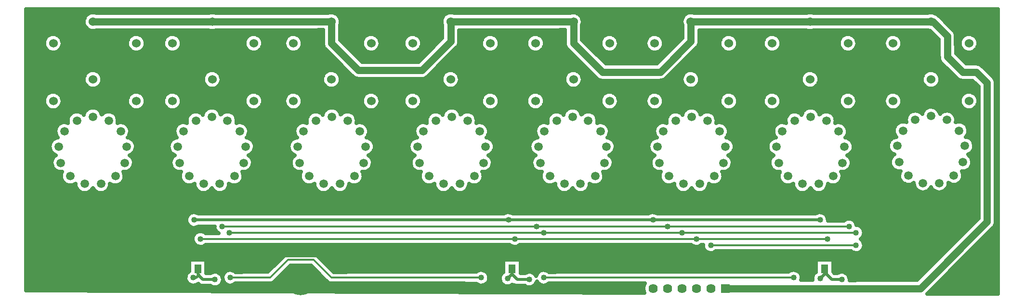
<source format=gbr>
G04 DipTrace 2.4.0.2*
%INBottom.gbr*%
%MOIN*%
%ADD13C,0.013*%
%ADD14C,0.04*%
%ADD15C,0.02*%
%ADD16C,0.05*%
%ADD17C,0.025*%
%ADD20R,0.0512X0.0591*%
%ADD21R,0.0638X0.0638*%
%ADD22C,0.0638*%
%ADD23C,0.2187*%
%ADD24C,0.06*%
%ADD25C,0.06*%
%ADD29C,0.0591*%
%FSLAX44Y44*%
G04*
G70*
G90*
G75*
G01*
%LNBottom*%
%LPD*%
X51690Y7690D2*
D13*
X61752D1*
X46690Y7065D2*
D14*
X60313D1*
Y6065D1*
X46690Y7065D2*
X38688D1*
Y6065D1*
X16938D2*
Y7065D1*
X38688D1*
X39134Y5315D2*
D15*
X38315D1*
X37940Y5690D1*
Y6065D1*
X37634Y5384D2*
X37940Y5690D1*
X17384Y5315D2*
X16543D1*
X16293Y5565D1*
Y5587D1*
X16190Y5690D1*
Y6065D1*
X15884Y5440D2*
X16065D1*
X16190Y5565D1*
X16293D1*
X60759Y5315D2*
X60065D1*
X59690Y5690D1*
Y5940D1*
X59565Y6065D1*
X59259Y5384D2*
X59565Y5690D1*
X59690D1*
X59259Y9440D2*
X47690D1*
X37690D1*
X15940D1*
X57440Y5440D2*
D13*
X40134D1*
X59759Y8127D2*
X50690D1*
X38128D1*
X16378D1*
X35815Y5440D2*
X25440D1*
X24190Y6690D1*
X22440D1*
X21190Y5440D1*
X18440D1*
X61752Y8565D2*
X49690D1*
X40127D2*
X49690D1*
X18377D2*
X40127D1*
X61259Y9002D2*
X48690D1*
X39634D1*
X17884D1*
X8940Y23190D2*
D16*
X17190D1*
X25440D1*
Y21690D1*
X27315Y19815D1*
X31690D1*
X33690Y21815D1*
Y23190D1*
X42190D1*
Y21690D1*
X44190Y19690D1*
X48190D1*
X50315Y21815D1*
Y23190D1*
X58565D1*
X66940D2*
X58565D1*
X52690Y4690D2*
X66190D1*
X70815Y9315D1*
Y18940D1*
X70065Y19690D1*
X69128D1*
X68065Y20753D1*
Y22190D1*
X67065Y23190D1*
X66940D1*
D14*
X51690Y7690D3*
X61752D3*
X46690Y7065D3*
D3*
X38688D3*
X16938D3*
X60313D3*
X39134Y5315D3*
X37634Y5384D3*
X17384Y5315D3*
X15884Y5440D3*
X60759Y5315D3*
X59259Y5384D3*
Y9440D3*
X47690D3*
X37690D3*
X15940D3*
X57440Y5440D3*
X40134D3*
X59759Y8127D3*
X50690D3*
X38128D3*
X16378D3*
X35815Y5440D3*
X18440D3*
X61752Y8565D3*
X49690D3*
X40127D3*
X18377D3*
X40127D3*
X61259Y9002D3*
X48690D3*
X39634D3*
X17884D3*
X4340Y23816D2*
D17*
X8811D1*
X9072D2*
X17061D1*
X17322D2*
X25311D1*
X25572D2*
X33561D1*
X33822D2*
X42061D1*
X42322D2*
X50186D1*
X50447D2*
X58436D1*
X58697D2*
X66811D1*
X67072D2*
X71542D1*
X4340Y23568D2*
X8405D1*
X25975D2*
X33155D1*
X42725D2*
X49780D1*
X67541D2*
X71542D1*
X4340Y23319D2*
X8292D1*
X26088D2*
X33042D1*
X42838D2*
X49667D1*
X67787D2*
X71542D1*
X4340Y23070D2*
X8292D1*
X26088D2*
X33042D1*
X42838D2*
X49667D1*
X68037D2*
X71542D1*
X4340Y22822D2*
X8397D1*
X26049D2*
X33081D1*
X42799D2*
X49706D1*
X68287D2*
X71542D1*
X4340Y22573D2*
X8765D1*
X9115D2*
X17015D1*
X17365D2*
X24831D1*
X26049D2*
X33081D1*
X34299D2*
X41581D1*
X42799D2*
X49706D1*
X50924D2*
X58390D1*
X58740D2*
X66765D1*
X68533D2*
X71542D1*
X4340Y22324D2*
X6136D1*
X6246D2*
X11886D1*
X11996D2*
X14386D1*
X14496D2*
X20011D1*
X20121D2*
X22761D1*
X22871D2*
X24831D1*
X26049D2*
X28136D1*
X28246D2*
X31011D1*
X31121D2*
X33081D1*
X34299D2*
X36386D1*
X36496D2*
X39511D1*
X39621D2*
X41581D1*
X42799D2*
X44636D1*
X44746D2*
X47761D1*
X47871D2*
X49706D1*
X50924D2*
X52886D1*
X52996D2*
X55886D1*
X55996D2*
X61136D1*
X61246D2*
X64261D1*
X64371D2*
X67077D1*
X68658D2*
X69511D1*
X69621D2*
X71542D1*
X4340Y22075D2*
X5659D1*
X6721D2*
X11409D1*
X12471D2*
X13909D1*
X14971D2*
X19534D1*
X20596D2*
X22284D1*
X23346D2*
X24831D1*
X26049D2*
X27659D1*
X28721D2*
X30534D1*
X31596D2*
X33081D1*
X34299D2*
X35909D1*
X36971D2*
X39034D1*
X40096D2*
X41581D1*
X42799D2*
X44159D1*
X45221D2*
X47284D1*
X48346D2*
X49706D1*
X50924D2*
X52409D1*
X53471D2*
X55409D1*
X56471D2*
X60659D1*
X61721D2*
X63784D1*
X64846D2*
X67327D1*
X68674D2*
X69034D1*
X70096D2*
X71542D1*
X4340Y21827D2*
X5546D1*
X6834D2*
X11296D1*
X12584D2*
X13796D1*
X15084D2*
X19421D1*
X20709D2*
X22171D1*
X23459D2*
X24831D1*
X26154D2*
X27546D1*
X28834D2*
X30421D1*
X31709D2*
X32851D1*
X34299D2*
X35796D1*
X37084D2*
X38921D1*
X40209D2*
X41581D1*
X42904D2*
X44046D1*
X45334D2*
X47171D1*
X48459D2*
X49476D1*
X50924D2*
X52296D1*
X53584D2*
X55296D1*
X56584D2*
X60546D1*
X61834D2*
X63671D1*
X64959D2*
X67456D1*
X68674D2*
X68921D1*
X70209D2*
X71542D1*
X4340Y21578D2*
X5542D1*
X6838D2*
X11292D1*
X12588D2*
X13792D1*
X15088D2*
X19417D1*
X20713D2*
X22167D1*
X23463D2*
X24843D1*
X26404D2*
X27542D1*
X28838D2*
X30417D1*
X31713D2*
X32601D1*
X34248D2*
X35792D1*
X37088D2*
X38917D1*
X40213D2*
X41593D1*
X43154D2*
X44042D1*
X45338D2*
X47167D1*
X48463D2*
X49226D1*
X50873D2*
X52292D1*
X53588D2*
X55292D1*
X56588D2*
X60542D1*
X61838D2*
X63667D1*
X64963D2*
X67456D1*
X68674D2*
X68917D1*
X70213D2*
X71542D1*
X4340Y21329D2*
X5644D1*
X6736D2*
X11394D1*
X12486D2*
X13894D1*
X14986D2*
X19519D1*
X20611D2*
X22269D1*
X23361D2*
X24956D1*
X26654D2*
X27644D1*
X28736D2*
X30519D1*
X31611D2*
X32351D1*
X34057D2*
X35894D1*
X36986D2*
X39019D1*
X40111D2*
X41706D1*
X43404D2*
X44144D1*
X45236D2*
X47269D1*
X48361D2*
X48976D1*
X50682D2*
X52394D1*
X53486D2*
X55394D1*
X56486D2*
X60644D1*
X61736D2*
X63769D1*
X64861D2*
X67456D1*
X68674D2*
X69019D1*
X70111D2*
X71542D1*
X4340Y21081D2*
X5987D1*
X6393D2*
X11737D1*
X12143D2*
X14237D1*
X14643D2*
X19862D1*
X20268D2*
X22612D1*
X23018D2*
X25198D1*
X26901D2*
X27987D1*
X28393D2*
X30862D1*
X31268D2*
X32104D1*
X33807D2*
X36237D1*
X36643D2*
X39362D1*
X39768D2*
X41948D1*
X43651D2*
X44487D1*
X44893D2*
X47612D1*
X48018D2*
X48729D1*
X50432D2*
X52737D1*
X53143D2*
X55737D1*
X56143D2*
X60987D1*
X61393D2*
X64112D1*
X64518D2*
X67456D1*
X68674D2*
X69362D1*
X69768D2*
X71542D1*
X4340Y20832D2*
X25444D1*
X27151D2*
X31854D1*
X33561D2*
X42194D1*
X43901D2*
X48479D1*
X50186D2*
X67456D1*
X68838D2*
X71542D1*
X4340Y20583D2*
X25694D1*
X27401D2*
X31604D1*
X33311D2*
X42444D1*
X44151D2*
X48229D1*
X49936D2*
X67479D1*
X69088D2*
X71542D1*
X4340Y20335D2*
X25944D1*
X33061D2*
X42694D1*
X44397D2*
X47983D1*
X49686D2*
X67632D1*
X69334D2*
X71542D1*
X4340Y20086D2*
X26190D1*
X32815D2*
X42940D1*
X49440D2*
X67878D1*
X70522D2*
X71542D1*
X4340Y19837D2*
X26440D1*
X32565D2*
X43190D1*
X49190D2*
X68128D1*
X70772D2*
X71542D1*
X4340Y19589D2*
X8421D1*
X9459D2*
X16671D1*
X17709D2*
X24921D1*
X25959D2*
X26690D1*
X32315D2*
X33171D1*
X34209D2*
X41671D1*
X42709D2*
X43440D1*
X48940D2*
X49796D1*
X50834D2*
X58046D1*
X59084D2*
X66421D1*
X67459D2*
X68378D1*
X71018D2*
X71542D1*
X4340Y19340D2*
X8300D1*
X9580D2*
X16550D1*
X17830D2*
X24800D1*
X26080D2*
X26948D1*
X32057D2*
X33050D1*
X34330D2*
X41550D1*
X42830D2*
X43686D1*
X48694D2*
X49675D1*
X50955D2*
X57925D1*
X59205D2*
X66300D1*
X67580D2*
X68624D1*
X71268D2*
X71542D1*
X4340Y19091D2*
X8288D1*
X9592D2*
X16538D1*
X17842D2*
X24788D1*
X26092D2*
X33038D1*
X34342D2*
X41538D1*
X42842D2*
X49663D1*
X50967D2*
X57913D1*
X59217D2*
X66288D1*
X67592D2*
X69811D1*
X71404D2*
X71542D1*
X4340Y18843D2*
X8382D1*
X9498D2*
X16632D1*
X17748D2*
X24882D1*
X25998D2*
X33132D1*
X34248D2*
X41632D1*
X42748D2*
X49757D1*
X50873D2*
X58007D1*
X59123D2*
X66382D1*
X67498D2*
X70061D1*
X4340Y18594D2*
X8698D1*
X9182D2*
X16948D1*
X17432D2*
X25198D1*
X25682D2*
X33448D1*
X33932D2*
X41948D1*
X42432D2*
X50073D1*
X50557D2*
X58323D1*
X58807D2*
X66698D1*
X67182D2*
X70206D1*
X4340Y18345D2*
X70206D1*
X4340Y18096D2*
X5679D1*
X6701D2*
X11429D1*
X12451D2*
X13929D1*
X14951D2*
X19554D1*
X20576D2*
X22304D1*
X23326D2*
X27679D1*
X28701D2*
X30554D1*
X31576D2*
X35929D1*
X36951D2*
X39054D1*
X40076D2*
X44179D1*
X45201D2*
X47304D1*
X48326D2*
X52429D1*
X53451D2*
X55429D1*
X56451D2*
X60679D1*
X61701D2*
X63804D1*
X64826D2*
X69054D1*
X70076D2*
X70206D1*
X4340Y17848D2*
X5550D1*
X6830D2*
X11300D1*
X12580D2*
X13800D1*
X15080D2*
X19425D1*
X20705D2*
X22175D1*
X23455D2*
X27550D1*
X28830D2*
X30425D1*
X31705D2*
X35800D1*
X37080D2*
X38925D1*
X40205D2*
X44050D1*
X45330D2*
X47175D1*
X48455D2*
X52300D1*
X53580D2*
X55300D1*
X56580D2*
X60550D1*
X61830D2*
X63675D1*
X64955D2*
X68925D1*
X4340Y17599D2*
X5538D1*
X6842D2*
X11288D1*
X12592D2*
X13788D1*
X15092D2*
X19413D1*
X20717D2*
X22163D1*
X23467D2*
X27538D1*
X28842D2*
X30413D1*
X31717D2*
X35788D1*
X37092D2*
X38913D1*
X40217D2*
X44038D1*
X45342D2*
X47163D1*
X48467D2*
X52288D1*
X53592D2*
X55288D1*
X56592D2*
X60538D1*
X61842D2*
X63663D1*
X64967D2*
X68913D1*
X4340Y17350D2*
X5628D1*
X6752D2*
X11378D1*
X12502D2*
X13878D1*
X15002D2*
X19503D1*
X20627D2*
X22253D1*
X23377D2*
X27628D1*
X28752D2*
X30503D1*
X31627D2*
X35878D1*
X37002D2*
X39003D1*
X40127D2*
X44128D1*
X45252D2*
X47253D1*
X48377D2*
X52378D1*
X53502D2*
X55378D1*
X56502D2*
X60628D1*
X61752D2*
X63753D1*
X64877D2*
X69003D1*
X4340Y17102D2*
X5925D1*
X6455D2*
X8507D1*
X9334D2*
X11675D1*
X12205D2*
X14175D1*
X14705D2*
X16737D1*
X17569D2*
X19800D1*
X20330D2*
X22550D1*
X23080D2*
X25042D1*
X25873D2*
X27925D1*
X28455D2*
X30800D1*
X31330D2*
X33343D1*
X34170D2*
X36175D1*
X36705D2*
X39300D1*
X39830D2*
X41706D1*
X42533D2*
X44425D1*
X44955D2*
X47550D1*
X48080D2*
X49944D1*
X50772D2*
X52675D1*
X53205D2*
X55675D1*
X56205D2*
X58179D1*
X59010D2*
X60925D1*
X61455D2*
X64050D1*
X64580D2*
X66472D1*
X67408D2*
X69300D1*
X69830D2*
X70206D1*
X4340Y16853D2*
X7440D1*
X10404D2*
X15671D1*
X18635D2*
X23976D1*
X26940D2*
X32276D1*
X35240D2*
X40636D1*
X43604D2*
X48874D1*
X51842D2*
X57112D1*
X60076D2*
X65397D1*
X68483D2*
X70206D1*
X4340Y16604D2*
X7229D1*
X10615D2*
X15460D1*
X18846D2*
X23765D1*
X27151D2*
X32065D1*
X35451D2*
X40429D1*
X43815D2*
X48663D1*
X52049D2*
X56901D1*
X60287D2*
X65229D1*
X68651D2*
X70206D1*
X4340Y16356D2*
X7167D1*
X10674D2*
X15401D1*
X18904D2*
X23706D1*
X27209D2*
X32007D1*
X35510D2*
X40366D1*
X43873D2*
X48604D1*
X52111D2*
X56843D1*
X60346D2*
X65186D1*
X68694D2*
X70206D1*
X4340Y16107D2*
X6597D1*
X11244D2*
X14827D1*
X19475D2*
X23136D1*
X27779D2*
X31433D1*
X36080D2*
X39796D1*
X44444D2*
X48034D1*
X52682D2*
X56272D1*
X60920D2*
X64558D1*
X69322D2*
X70206D1*
X4340Y15858D2*
X6386D1*
X11459D2*
X14616D1*
X19690D2*
X22921D1*
X27994D2*
X31222D1*
X36295D2*
X39581D1*
X44658D2*
X47819D1*
X52897D2*
X56058D1*
X61131D2*
X64382D1*
X69498D2*
X70206D1*
X4340Y15610D2*
X6323D1*
X11522D2*
X14554D1*
X19752D2*
X22858D1*
X28057D2*
X31159D1*
X36358D2*
X39522D1*
X44717D2*
X47761D1*
X52955D2*
X55995D1*
X61194D2*
X64343D1*
X69537D2*
X70206D1*
X4340Y15361D2*
X6362D1*
X11479D2*
X14597D1*
X19709D2*
X22901D1*
X28014D2*
X31198D1*
X36315D2*
X39561D1*
X44678D2*
X47800D1*
X52916D2*
X56038D1*
X61154D2*
X64401D1*
X69479D2*
X70206D1*
X4340Y15112D2*
X6311D1*
X11529D2*
X14546D1*
X19760D2*
X22851D1*
X28065D2*
X31151D1*
X36365D2*
X39511D1*
X44729D2*
X47749D1*
X52967D2*
X55987D1*
X61201D2*
X64241D1*
X69639D2*
X70206D1*
X4340Y14864D2*
X6019D1*
X11826D2*
X14249D1*
X20057D2*
X22554D1*
X28361D2*
X30854D1*
X36662D2*
X39218D1*
X45026D2*
X47452D1*
X53260D2*
X55690D1*
X61498D2*
X64011D1*
X69869D2*
X70206D1*
X4340Y14615D2*
X5929D1*
X11916D2*
X14159D1*
X20147D2*
X22464D1*
X28451D2*
X30765D1*
X36752D2*
X39124D1*
X45115D2*
X47362D1*
X53354D2*
X55601D1*
X61588D2*
X63940D1*
X69940D2*
X70206D1*
X4340Y14366D2*
X5944D1*
X11901D2*
X14175D1*
X20131D2*
X22479D1*
X28436D2*
X30780D1*
X36736D2*
X39140D1*
X45100D2*
X47378D1*
X53338D2*
X55616D1*
X61572D2*
X63976D1*
X69904D2*
X70206D1*
X4340Y14117D2*
X6073D1*
X11768D2*
X14304D1*
X19998D2*
X22608D1*
X28303D2*
X30909D1*
X36604D2*
X39272D1*
X44967D2*
X47511D1*
X53205D2*
X55749D1*
X61444D2*
X64136D1*
X69744D2*
X70206D1*
X4340Y13869D2*
X6261D1*
X11584D2*
X14491D1*
X19815D2*
X22796D1*
X28119D2*
X31097D1*
X36420D2*
X39460D1*
X44783D2*
X47694D1*
X53018D2*
X55933D1*
X61256D2*
X64233D1*
X69647D2*
X70206D1*
X4340Y13620D2*
X6097D1*
X11748D2*
X14327D1*
X19979D2*
X22632D1*
X28283D2*
X30933D1*
X36584D2*
X39292D1*
X44947D2*
X47530D1*
X53186D2*
X55769D1*
X61420D2*
X64101D1*
X69779D2*
X70206D1*
X4340Y13371D2*
X6058D1*
X11783D2*
X14288D1*
X20014D2*
X22593D1*
X28319D2*
X30894D1*
X36619D2*
X39257D1*
X44983D2*
X47495D1*
X53221D2*
X55733D1*
X61459D2*
X64081D1*
X69799D2*
X70206D1*
X4340Y13123D2*
X6124D1*
X11717D2*
X14354D1*
X19947D2*
X22663D1*
X28252D2*
X30960D1*
X36553D2*
X39323D1*
X44916D2*
X47561D1*
X53154D2*
X55800D1*
X61393D2*
X64171D1*
X69709D2*
X70206D1*
X4340Y12874D2*
X6351D1*
X11490D2*
X14581D1*
X19725D2*
X22886D1*
X28029D2*
X31186D1*
X36330D2*
X39550D1*
X44690D2*
X47788D1*
X52928D2*
X56022D1*
X61166D2*
X64456D1*
X69424D2*
X70206D1*
X4340Y12625D2*
X6718D1*
X11123D2*
X14948D1*
X19358D2*
X23253D1*
X27662D2*
X31554D1*
X35963D2*
X39917D1*
X44322D2*
X48155D1*
X52561D2*
X56390D1*
X60799D2*
X64726D1*
X69154D2*
X70206D1*
X4340Y12377D2*
X6706D1*
X11135D2*
X14940D1*
X19365D2*
X23245D1*
X27670D2*
X31542D1*
X35971D2*
X39905D1*
X44334D2*
X48144D1*
X52572D2*
X56382D1*
X60807D2*
X64737D1*
X69143D2*
X70206D1*
X4340Y12128D2*
X6804D1*
X11037D2*
X15034D1*
X19268D2*
X23339D1*
X27572D2*
X31640D1*
X35873D2*
X40003D1*
X44236D2*
X48241D1*
X52475D2*
X56479D1*
X60713D2*
X64858D1*
X69022D2*
X70206D1*
X4340Y11879D2*
X7128D1*
X10717D2*
X15358D1*
X18947D2*
X23663D1*
X27252D2*
X31964D1*
X35553D2*
X40327D1*
X40779D2*
X40906D1*
X43912D2*
X48561D1*
X49018D2*
X49143D1*
X52151D2*
X56800D1*
X60389D2*
X65729D1*
X68151D2*
X70206D1*
X4340Y11631D2*
X7788D1*
X10053D2*
X16019D1*
X18287D2*
X24323D1*
X26592D2*
X32624D1*
X34889D2*
X40987D1*
X43252D2*
X49226D1*
X51490D2*
X57460D1*
X59729D2*
X65835D1*
X68045D2*
X70206D1*
X4340Y11382D2*
X8058D1*
X8654D2*
X9190D1*
X9783D2*
X16292D1*
X16885D2*
X17421D1*
X18014D2*
X24597D1*
X25190D2*
X25726D1*
X26319D2*
X32897D1*
X33490D2*
X34026D1*
X34619D2*
X41257D1*
X41850D2*
X42390D1*
X42983D2*
X49495D1*
X50088D2*
X50628D1*
X51221D2*
X57733D1*
X58326D2*
X58862D1*
X59455D2*
X66210D1*
X66537D2*
X67343D1*
X67670D2*
X70206D1*
X4340Y11133D2*
X70206D1*
X4340Y10885D2*
X70206D1*
X4340Y10636D2*
X70206D1*
X4340Y10387D2*
X70206D1*
X4340Y10138D2*
X70206D1*
X4340Y9890D2*
X15624D1*
X16256D2*
X37374D1*
X38006D2*
X47374D1*
X48006D2*
X58944D1*
X59572D2*
X70206D1*
X4340Y9641D2*
X15421D1*
X59779D2*
X70206D1*
X4340Y9392D2*
X15382D1*
X61651D2*
X70042D1*
X4340Y9144D2*
X15468D1*
X61799D2*
X69792D1*
X71401D2*
X71542D1*
X4340Y8895D2*
X17335D1*
X62197D2*
X69542D1*
X71248D2*
X71542D1*
X4340Y8646D2*
X16222D1*
X16533D2*
X17460D1*
X62307D2*
X69296D1*
X70998D2*
X71542D1*
X4340Y8398D2*
X15890D1*
X62287D2*
X69046D1*
X70748D2*
X71542D1*
X4340Y8149D2*
X15819D1*
X62115D2*
X68796D1*
X70502D2*
X71542D1*
X4340Y7900D2*
X15870D1*
X62268D2*
X68550D1*
X70252D2*
X71542D1*
X4340Y7652D2*
X16108D1*
X16647D2*
X37858D1*
X38397D2*
X50421D1*
X50959D2*
X51132D1*
X62311D2*
X68300D1*
X70002D2*
X71542D1*
X4340Y7403D2*
X51214D1*
X62229D2*
X68050D1*
X69756D2*
X71542D1*
X4340Y7154D2*
X67804D1*
X69506D2*
X71542D1*
X4340Y6906D2*
X22065D1*
X24565D2*
X67554D1*
X69256D2*
X71542D1*
X4340Y6657D2*
X15573D1*
X16807D2*
X21815D1*
X24815D2*
X37323D1*
X38557D2*
X58948D1*
X60182D2*
X67304D1*
X69010D2*
X71542D1*
X4340Y6408D2*
X15573D1*
X16807D2*
X21569D1*
X25061D2*
X37323D1*
X38557D2*
X58948D1*
X60182D2*
X67058D1*
X68760D2*
X71542D1*
X4340Y6159D2*
X15573D1*
X16807D2*
X21319D1*
X22498D2*
X24132D1*
X25311D2*
X37323D1*
X38557D2*
X58948D1*
X60182D2*
X66808D1*
X68510D2*
X71542D1*
X4340Y5911D2*
X15573D1*
X16807D2*
X18163D1*
X18717D2*
X21069D1*
X22252D2*
X24378D1*
X25561D2*
X35538D1*
X36092D2*
X37323D1*
X38557D2*
X39854D1*
X40412D2*
X57163D1*
X57717D2*
X58948D1*
X60182D2*
X66558D1*
X68264D2*
X71542D1*
X4340Y5662D2*
X15374D1*
X22002D2*
X24628D1*
X36326D2*
X37151D1*
X57951D2*
X58776D1*
X61190D2*
X66311D1*
X68014D2*
X71542D1*
X4340Y5413D2*
X15323D1*
X21752D2*
X24878D1*
X36373D2*
X37073D1*
X57998D2*
X58698D1*
X61311D2*
X66061D1*
X67764D2*
X71542D1*
X4340Y5165D2*
X15401D1*
X21506D2*
X25124D1*
X36299D2*
X37120D1*
X67518D2*
X71542D1*
X4340Y4916D2*
X15753D1*
X16018D2*
X16347D1*
X17764D2*
X18308D1*
X18572D2*
X35683D1*
X35947D2*
X37351D1*
X37916D2*
X38116D1*
X39514D2*
X40003D1*
X40268D2*
X47050D1*
X67268D2*
X71542D1*
X4340Y4667D2*
X47011D1*
X67018D2*
X71542D1*
X43717Y4419D2*
X47069D1*
X66772D2*
X71542D1*
X15724Y6695D2*
X16781D1*
Y5746D1*
X17070Y5750D1*
X17124Y5783D1*
X17240Y5830D1*
X17363Y5850D1*
X17487Y5840D1*
X17606Y5802D1*
X17713Y5737D1*
X17801Y5650D1*
X17868Y5544D1*
X17906Y5429D1*
X17909Y5509D1*
X17940Y5630D1*
X17997Y5741D1*
X18079Y5835D1*
X18180Y5908D1*
X18296Y5955D1*
X18419Y5975D1*
X18543Y5965D1*
X18662Y5927D1*
X18769Y5862D1*
X18794Y5838D1*
X19815Y5840D1*
X21022D1*
X22157Y6973D1*
X22258Y7046D1*
X22380Y7085D1*
X22690Y7090D1*
X24190D1*
X24313Y7071D1*
X24427Y7012D1*
X24650Y6796D1*
X25608Y5838D1*
X27440Y5840D1*
X35460D1*
X35555Y5908D1*
X35671Y5955D1*
X35794Y5975D1*
X35918Y5965D1*
X36037Y5927D1*
X36144Y5862D1*
X36232Y5775D1*
X36299Y5669D1*
X36338Y5551D1*
X36350Y5440D1*
X36335Y5316D1*
X36293Y5199D1*
X36224Y5095D1*
X36133Y5010D1*
X36025Y4948D1*
X35905Y4913D1*
X35780Y4906D1*
X35658Y4929D1*
X35544Y4979D1*
X35466Y5038D1*
X33940Y5040D1*
X25440D1*
X25317Y5059D1*
X25203Y5118D1*
X24980Y5334D1*
X24022Y6292D1*
X22608Y6290D1*
X21473Y5157D1*
X21372Y5084D1*
X21250Y5045D1*
X20940Y5040D1*
X18795D1*
X18650Y4948D1*
X18530Y4913D1*
X18405Y4906D1*
X18283Y4929D1*
X18169Y4979D1*
X18069Y5054D1*
X17990Y5151D1*
X17935Y5263D1*
X17919Y5315D1*
X17904Y5191D1*
X17862Y5074D1*
X17793Y4970D1*
X17702Y4885D1*
X17594Y4823D1*
X17474Y4788D1*
X17349Y4781D1*
X17227Y4804D1*
X17113Y4854D1*
X17078Y4880D1*
X16543D1*
X16420Y4898D1*
X16328Y4937D1*
X16222Y5021D1*
X16094Y4948D1*
X15974Y4913D1*
X15849Y4906D1*
X15727Y4929D1*
X15613Y4979D1*
X15513Y5054D1*
X15434Y5151D1*
X15379Y5263D1*
X15352Y5384D1*
X15353Y5509D1*
X15384Y5630D1*
X15441Y5741D1*
X15523Y5835D1*
X15602Y5892D1*
X15599Y6560D1*
Y6695D1*
X15724D1*
X37474D2*
X38531D1*
Y5746D1*
X38819Y5750D1*
X38990Y5830D1*
X39113Y5850D1*
X39237Y5840D1*
X39356Y5802D1*
X39463Y5737D1*
X39551Y5650D1*
X39611Y5554D1*
X39634Y5630D1*
X39691Y5741D1*
X39773Y5835D1*
X39874Y5908D1*
X39990Y5955D1*
X40113Y5975D1*
X40237Y5965D1*
X40356Y5927D1*
X40463Y5862D1*
X40488Y5838D1*
X41509Y5840D1*
X57083D1*
X57180Y5908D1*
X57296Y5955D1*
X57419Y5975D1*
X57543Y5965D1*
X57662Y5927D1*
X57769Y5862D1*
X57857Y5775D1*
X57924Y5669D1*
X57963Y5551D1*
X57975Y5440D1*
X57960Y5316D1*
X57946Y5276D1*
X58733Y5275D1*
X58728Y5453D1*
X58759Y5574D1*
X58816Y5685D1*
X58898Y5779D1*
X58977Y5836D1*
X58974Y6695D1*
X60156D1*
Y5840D1*
X60243Y5752D1*
X60444Y5750D1*
X60615Y5830D1*
X60738Y5850D1*
X60862Y5840D1*
X60981Y5802D1*
X61088Y5737D1*
X61176Y5650D1*
X61243Y5544D1*
X61282Y5426D1*
X61294Y5315D1*
X61289Y5272D1*
X62190Y5275D1*
X65953Y5280D1*
X70230Y9565D1*
X70225Y18703D1*
X69815Y19105D1*
X69128D1*
X69003Y19118D1*
X68885Y19158D1*
X68780Y19219D1*
X68625Y19365D1*
X67651Y20339D1*
X67573Y20436D1*
X67517Y20547D1*
X67487Y20665D1*
X67480Y20878D1*
X67475Y21953D1*
X66870Y22558D1*
X66691Y22606D1*
X60940Y22605D1*
X58806Y22603D1*
X58687Y22567D1*
X58562Y22555D1*
X58438Y22568D1*
X58315Y22605D1*
X50897D1*
X50900Y21815D1*
X50887Y21691D1*
X50847Y21573D1*
X50786Y21468D1*
X50640Y21313D1*
X48604Y19276D1*
X48507Y19198D1*
X48395Y19142D1*
X48278Y19112D1*
X48065Y19105D1*
X44190D1*
X44066Y19118D1*
X43948Y19158D1*
X43843Y19219D1*
X43688Y19365D1*
X41776Y21276D1*
X41698Y21373D1*
X41642Y21485D1*
X41612Y21602D1*
X41605Y21815D1*
Y22608D1*
X40815Y22605D1*
X34272D1*
X34275Y21815D1*
X34262Y21691D1*
X34222Y21573D1*
X34161Y21468D1*
X34015Y21313D1*
X32104Y19401D1*
X32007Y19323D1*
X31895Y19267D1*
X31778Y19237D1*
X31565Y19230D1*
X27315D1*
X27191Y19243D1*
X27073Y19283D1*
X26968Y19344D1*
X26813Y19490D1*
X25026Y21276D1*
X24948Y21373D1*
X24892Y21485D1*
X24862Y21602D1*
X24855Y21815D1*
Y22608D1*
X24065Y22605D1*
X17431Y22603D1*
X17312Y22567D1*
X17187Y22555D1*
X17063Y22568D1*
X16940Y22605D1*
X9181Y22603D1*
X9062Y22567D1*
X8937Y22555D1*
X8813Y22568D1*
X8694Y22605D1*
X8584Y22664D1*
X8488Y22744D1*
X8410Y22841D1*
X8352Y22951D1*
X8316Y23071D1*
X8305Y23195D1*
X8318Y23319D1*
X8356Y23438D1*
X8415Y23548D1*
X8496Y23643D1*
X8593Y23722D1*
X8703Y23779D1*
X8823Y23814D1*
X8948Y23825D1*
X9072Y23811D1*
X9190Y23775D1*
X16953Y23779D1*
X17073Y23814D1*
X17198Y23825D1*
X17322Y23811D1*
X17440Y23775D1*
X25203Y23779D1*
X25323Y23814D1*
X25448Y23825D1*
X25572Y23811D1*
X25691Y23773D1*
X25800Y23713D1*
X25895Y23633D1*
X25973Y23535D1*
X26030Y23424D1*
X26065Y23304D1*
X26075Y23190D1*
X26063Y23066D1*
X26025Y22940D1*
X26030Y21927D1*
X27565Y20400D1*
X31453Y20405D1*
X33105Y22065D1*
X33102Y22951D1*
X33066Y23071D1*
X33055Y23195D1*
X33068Y23319D1*
X33106Y23438D1*
X33165Y23548D1*
X33246Y23643D1*
X33343Y23722D1*
X33453Y23779D1*
X33573Y23814D1*
X33698Y23825D1*
X33822Y23811D1*
X33940Y23775D1*
X41953Y23779D1*
X42073Y23814D1*
X42198Y23825D1*
X42322Y23811D1*
X42441Y23773D1*
X42550Y23713D1*
X42645Y23633D1*
X42723Y23535D1*
X42780Y23424D1*
X42815Y23304D1*
X42825Y23190D1*
X42813Y23066D1*
X42775Y22940D1*
X42780Y21927D1*
X44440Y20275D1*
X47953Y20280D1*
X49730Y22065D1*
X49727Y22951D1*
X49691Y23071D1*
X49680Y23195D1*
X49693Y23319D1*
X49731Y23438D1*
X49790Y23548D1*
X49871Y23643D1*
X49968Y23722D1*
X50078Y23779D1*
X50198Y23814D1*
X50323Y23825D1*
X50447Y23811D1*
X50565Y23775D1*
X58328Y23779D1*
X58448Y23814D1*
X58573Y23825D1*
X58697Y23811D1*
X58815Y23775D1*
X66703Y23779D1*
X66823Y23814D1*
X66948Y23825D1*
X67072Y23811D1*
X67191Y23773D1*
X67304Y23724D1*
X67412Y23661D1*
X67567Y23515D1*
X68479Y22604D1*
X68557Y22507D1*
X68613Y22395D1*
X68643Y22278D1*
X68650Y22065D1*
X68655Y20989D1*
X69378Y20275D1*
X70065D1*
X70189Y20262D1*
X70307Y20222D1*
X70412Y20161D1*
X70567Y20015D1*
X71229Y19354D1*
X71307Y19257D1*
X71363Y19145D1*
X71393Y19028D1*
X71400Y18815D1*
Y9315D1*
X71387Y9191D1*
X71347Y9073D1*
X71286Y8968D1*
X71140Y8813D1*
X66663Y4336D1*
X69065Y4325D1*
X71569Y4315D1*
X71565Y5190D1*
Y24065D1*
X4315D1*
Y4565D1*
X47100Y4406D1*
X47061Y4513D1*
X47038Y4636D1*
X47040Y4761D1*
X47065Y4883D1*
X47113Y4998D1*
X47141Y5040D1*
X40491D1*
X40344Y4948D1*
X40224Y4913D1*
X40099Y4906D1*
X39977Y4929D1*
X39863Y4979D1*
X39763Y5054D1*
X39684Y5151D1*
X39658Y5203D1*
X39612Y5074D1*
X39543Y4970D1*
X39452Y4885D1*
X39344Y4823D1*
X39224Y4788D1*
X39099Y4781D1*
X38977Y4804D1*
X38863Y4854D1*
X38828Y4880D1*
X38315D1*
X38192Y4898D1*
X38100Y4937D1*
X37952Y4954D1*
X37844Y4892D1*
X37724Y4857D1*
X37599Y4850D1*
X37477Y4873D1*
X37363Y4923D1*
X37263Y4998D1*
X37184Y5095D1*
X37129Y5207D1*
X37102Y5328D1*
X37103Y5453D1*
X37134Y5574D1*
X37191Y5685D1*
X37273Y5779D1*
X37352Y5836D1*
X37349Y6695D1*
X37474D1*
X9563Y19066D2*
X9526Y18946D1*
X9467Y18836D1*
X9388Y18740D1*
X9291Y18661D1*
X9181Y18603D1*
X9062Y18567D1*
X8937Y18555D1*
X8813Y18568D1*
X8694Y18605D1*
X8584Y18664D1*
X8488Y18744D1*
X8410Y18841D1*
X8352Y18951D1*
X8316Y19071D1*
X8305Y19195D1*
X8318Y19319D1*
X8356Y19438D1*
X8415Y19548D1*
X8496Y19643D1*
X8593Y19722D1*
X8703Y19779D1*
X8823Y19814D1*
X8948Y19825D1*
X9072Y19811D1*
X9191Y19773D1*
X9300Y19713D1*
X9395Y19633D1*
X9473Y19535D1*
X9530Y19424D1*
X9565Y19304D1*
X9575Y19190D1*
X9563Y19066D1*
X17813D2*
X17776Y18946D1*
X17717Y18836D1*
X17638Y18740D1*
X17541Y18661D1*
X17431Y18603D1*
X17312Y18567D1*
X17187Y18555D1*
X17063Y18568D1*
X16944Y18605D1*
X16834Y18664D1*
X16738Y18744D1*
X16660Y18841D1*
X16602Y18951D1*
X16566Y19071D1*
X16555Y19195D1*
X16568Y19319D1*
X16606Y19438D1*
X16665Y19548D1*
X16746Y19643D1*
X16843Y19722D1*
X16953Y19779D1*
X17073Y19814D1*
X17198Y19825D1*
X17322Y19811D1*
X17441Y19773D1*
X17550Y19713D1*
X17645Y19633D1*
X17723Y19535D1*
X17780Y19424D1*
X17815Y19304D1*
X17825Y19190D1*
X17813Y19066D1*
X26063D2*
X26026Y18946D1*
X25967Y18836D1*
X25888Y18740D1*
X25791Y18661D1*
X25681Y18603D1*
X25562Y18567D1*
X25437Y18555D1*
X25313Y18568D1*
X25194Y18605D1*
X25084Y18664D1*
X24988Y18744D1*
X24910Y18841D1*
X24852Y18951D1*
X24816Y19071D1*
X24805Y19195D1*
X24818Y19319D1*
X24856Y19438D1*
X24915Y19548D1*
X24996Y19643D1*
X25093Y19722D1*
X25203Y19779D1*
X25323Y19814D1*
X25448Y19825D1*
X25572Y19811D1*
X25691Y19773D1*
X25800Y19713D1*
X25895Y19633D1*
X25973Y19535D1*
X26030Y19424D1*
X26065Y19304D1*
X26075Y19190D1*
X26063Y19066D1*
X34313D2*
X34276Y18946D1*
X34217Y18836D1*
X34138Y18740D1*
X34041Y18661D1*
X33931Y18603D1*
X33812Y18567D1*
X33687Y18555D1*
X33563Y18568D1*
X33444Y18605D1*
X33334Y18664D1*
X33238Y18744D1*
X33160Y18841D1*
X33102Y18951D1*
X33066Y19071D1*
X33055Y19195D1*
X33068Y19319D1*
X33106Y19438D1*
X33165Y19548D1*
X33246Y19643D1*
X33343Y19722D1*
X33453Y19779D1*
X33573Y19814D1*
X33698Y19825D1*
X33822Y19811D1*
X33941Y19773D1*
X34050Y19713D1*
X34145Y19633D1*
X34223Y19535D1*
X34280Y19424D1*
X34315Y19304D1*
X34325Y19190D1*
X34313Y19066D1*
X42813D2*
X42776Y18946D1*
X42717Y18836D1*
X42638Y18740D1*
X42541Y18661D1*
X42431Y18603D1*
X42312Y18567D1*
X42187Y18555D1*
X42063Y18568D1*
X41944Y18605D1*
X41834Y18664D1*
X41738Y18744D1*
X41660Y18841D1*
X41602Y18951D1*
X41566Y19071D1*
X41555Y19195D1*
X41568Y19319D1*
X41606Y19438D1*
X41665Y19548D1*
X41746Y19643D1*
X41843Y19722D1*
X41953Y19779D1*
X42073Y19814D1*
X42198Y19825D1*
X42322Y19811D1*
X42441Y19773D1*
X42550Y19713D1*
X42645Y19633D1*
X42723Y19535D1*
X42780Y19424D1*
X42815Y19304D1*
X42825Y19190D1*
X42813Y19066D1*
X50938D2*
X50901Y18946D1*
X50842Y18836D1*
X50763Y18740D1*
X50666Y18661D1*
X50556Y18603D1*
X50437Y18567D1*
X50312Y18555D1*
X50188Y18568D1*
X50069Y18605D1*
X49959Y18664D1*
X49863Y18744D1*
X49785Y18841D1*
X49727Y18951D1*
X49691Y19071D1*
X49680Y19195D1*
X49693Y19319D1*
X49731Y19438D1*
X49790Y19548D1*
X49871Y19643D1*
X49968Y19722D1*
X50078Y19779D1*
X50198Y19814D1*
X50323Y19825D1*
X50447Y19811D1*
X50566Y19773D1*
X50675Y19713D1*
X50770Y19633D1*
X50848Y19535D1*
X50905Y19424D1*
X50940Y19304D1*
X50950Y19190D1*
X50938Y19066D1*
X59188D2*
X59151Y18946D1*
X59092Y18836D1*
X59013Y18740D1*
X58916Y18661D1*
X58806Y18603D1*
X58687Y18567D1*
X58562Y18555D1*
X58438Y18568D1*
X58319Y18605D1*
X58209Y18664D1*
X58113Y18744D1*
X58035Y18841D1*
X57977Y18951D1*
X57941Y19071D1*
X57930Y19195D1*
X57943Y19319D1*
X57981Y19438D1*
X58040Y19548D1*
X58121Y19643D1*
X58218Y19722D1*
X58328Y19779D1*
X58448Y19814D1*
X58573Y19825D1*
X58697Y19811D1*
X58816Y19773D1*
X58925Y19713D1*
X59020Y19633D1*
X59098Y19535D1*
X59155Y19424D1*
X59190Y19304D1*
X59200Y19190D1*
X59188Y19066D1*
X67563D2*
X67526Y18946D1*
X67467Y18836D1*
X67388Y18740D1*
X67291Y18661D1*
X67181Y18603D1*
X67062Y18567D1*
X66937Y18555D1*
X66813Y18568D1*
X66694Y18605D1*
X66584Y18664D1*
X66488Y18744D1*
X66410Y18841D1*
X66352Y18951D1*
X66316Y19071D1*
X66305Y19195D1*
X66318Y19319D1*
X66356Y19438D1*
X66415Y19548D1*
X66496Y19643D1*
X66593Y19722D1*
X66703Y19779D1*
X66823Y19814D1*
X66948Y19825D1*
X67072Y19811D1*
X67191Y19773D1*
X67300Y19713D1*
X67395Y19633D1*
X67473Y19535D1*
X67530Y19424D1*
X67565Y19304D1*
X67575Y19190D1*
X67563Y19066D1*
X6813Y21566D2*
X6776Y21446D1*
X6717Y21336D1*
X6638Y21240D1*
X6541Y21161D1*
X6431Y21103D1*
X6312Y21067D1*
X6187Y21055D1*
X6063Y21068D1*
X5944Y21105D1*
X5834Y21164D1*
X5738Y21244D1*
X5660Y21341D1*
X5602Y21451D1*
X5566Y21571D1*
X5555Y21695D1*
X5568Y21819D1*
X5606Y21938D1*
X5665Y22048D1*
X5746Y22143D1*
X5843Y22222D1*
X5953Y22279D1*
X6073Y22314D1*
X6198Y22325D1*
X6322Y22311D1*
X6441Y22273D1*
X6550Y22213D1*
X6645Y22133D1*
X6723Y22035D1*
X6780Y21924D1*
X6815Y21804D1*
X6825Y21690D1*
X6813Y21566D1*
Y17566D2*
X6776Y17446D1*
X6717Y17336D1*
X6638Y17240D1*
X6541Y17161D1*
X6431Y17103D1*
X6312Y17067D1*
X6187Y17055D1*
X6063Y17068D1*
X5944Y17105D1*
X5834Y17164D1*
X5738Y17244D1*
X5660Y17341D1*
X5602Y17451D1*
X5566Y17571D1*
X5555Y17695D1*
X5568Y17819D1*
X5606Y17938D1*
X5665Y18048D1*
X5746Y18143D1*
X5843Y18222D1*
X5953Y18279D1*
X6073Y18314D1*
X6198Y18325D1*
X6322Y18311D1*
X6441Y18273D1*
X6550Y18213D1*
X6645Y18133D1*
X6723Y18035D1*
X6780Y17924D1*
X6815Y17804D1*
X6825Y17690D1*
X6813Y17566D1*
X12563Y21566D2*
X12526Y21446D1*
X12467Y21336D1*
X12388Y21240D1*
X12291Y21161D1*
X12181Y21103D1*
X12062Y21067D1*
X11937Y21055D1*
X11813Y21068D1*
X11694Y21105D1*
X11584Y21164D1*
X11488Y21244D1*
X11410Y21341D1*
X11352Y21451D1*
X11316Y21571D1*
X11305Y21695D1*
X11318Y21819D1*
X11356Y21938D1*
X11415Y22048D1*
X11496Y22143D1*
X11593Y22222D1*
X11703Y22279D1*
X11823Y22314D1*
X11948Y22325D1*
X12072Y22311D1*
X12191Y22273D1*
X12300Y22213D1*
X12395Y22133D1*
X12473Y22035D1*
X12530Y21924D1*
X12565Y21804D1*
X12575Y21690D1*
X12563Y21566D1*
Y17566D2*
X12526Y17446D1*
X12467Y17336D1*
X12388Y17240D1*
X12291Y17161D1*
X12181Y17103D1*
X12062Y17067D1*
X11937Y17055D1*
X11813Y17068D1*
X11694Y17105D1*
X11584Y17164D1*
X11488Y17244D1*
X11410Y17341D1*
X11352Y17451D1*
X11316Y17571D1*
X11305Y17695D1*
X11318Y17819D1*
X11356Y17938D1*
X11415Y18048D1*
X11496Y18143D1*
X11593Y18222D1*
X11703Y18279D1*
X11823Y18314D1*
X11948Y18325D1*
X12072Y18311D1*
X12191Y18273D1*
X12300Y18213D1*
X12395Y18133D1*
X12473Y18035D1*
X12530Y17924D1*
X12565Y17804D1*
X12575Y17690D1*
X12563Y17566D1*
X15063Y21566D2*
X15026Y21446D1*
X14967Y21336D1*
X14888Y21240D1*
X14791Y21161D1*
X14681Y21103D1*
X14562Y21067D1*
X14437Y21055D1*
X14313Y21068D1*
X14194Y21105D1*
X14084Y21164D1*
X13988Y21244D1*
X13910Y21341D1*
X13852Y21451D1*
X13816Y21571D1*
X13805Y21695D1*
X13818Y21819D1*
X13856Y21938D1*
X13915Y22048D1*
X13996Y22143D1*
X14093Y22222D1*
X14203Y22279D1*
X14323Y22314D1*
X14448Y22325D1*
X14572Y22311D1*
X14691Y22273D1*
X14800Y22213D1*
X14895Y22133D1*
X14973Y22035D1*
X15030Y21924D1*
X15065Y21804D1*
X15075Y21690D1*
X15063Y21566D1*
Y17566D2*
X15026Y17446D1*
X14967Y17336D1*
X14888Y17240D1*
X14791Y17161D1*
X14681Y17103D1*
X14562Y17067D1*
X14437Y17055D1*
X14313Y17068D1*
X14194Y17105D1*
X14084Y17164D1*
X13988Y17244D1*
X13910Y17341D1*
X13852Y17451D1*
X13816Y17571D1*
X13805Y17695D1*
X13818Y17819D1*
X13856Y17938D1*
X13915Y18048D1*
X13996Y18143D1*
X14093Y18222D1*
X14203Y18279D1*
X14323Y18314D1*
X14448Y18325D1*
X14572Y18311D1*
X14691Y18273D1*
X14800Y18213D1*
X14895Y18133D1*
X14973Y18035D1*
X15030Y17924D1*
X15065Y17804D1*
X15075Y17690D1*
X15063Y17566D1*
X20688Y21566D2*
X20651Y21446D1*
X20592Y21336D1*
X20513Y21240D1*
X20416Y21161D1*
X20306Y21103D1*
X20187Y21067D1*
X20062Y21055D1*
X19938Y21068D1*
X19819Y21105D1*
X19709Y21164D1*
X19613Y21244D1*
X19535Y21341D1*
X19477Y21451D1*
X19441Y21571D1*
X19430Y21695D1*
X19443Y21819D1*
X19481Y21938D1*
X19540Y22048D1*
X19621Y22143D1*
X19718Y22222D1*
X19828Y22279D1*
X19948Y22314D1*
X20073Y22325D1*
X20197Y22311D1*
X20316Y22273D1*
X20425Y22213D1*
X20520Y22133D1*
X20598Y22035D1*
X20655Y21924D1*
X20690Y21804D1*
X20700Y21690D1*
X20688Y21566D1*
Y17566D2*
X20651Y17446D1*
X20592Y17336D1*
X20513Y17240D1*
X20416Y17161D1*
X20306Y17103D1*
X20187Y17067D1*
X20062Y17055D1*
X19938Y17068D1*
X19819Y17105D1*
X19709Y17164D1*
X19613Y17244D1*
X19535Y17341D1*
X19477Y17451D1*
X19441Y17571D1*
X19430Y17695D1*
X19443Y17819D1*
X19481Y17938D1*
X19540Y18048D1*
X19621Y18143D1*
X19718Y18222D1*
X19828Y18279D1*
X19948Y18314D1*
X20073Y18325D1*
X20197Y18311D1*
X20316Y18273D1*
X20425Y18213D1*
X20520Y18133D1*
X20598Y18035D1*
X20655Y17924D1*
X20690Y17804D1*
X20700Y17690D1*
X20688Y17566D1*
X23438Y21566D2*
X23401Y21446D1*
X23342Y21336D1*
X23263Y21240D1*
X23166Y21161D1*
X23056Y21103D1*
X22937Y21067D1*
X22812Y21055D1*
X22688Y21068D1*
X22569Y21105D1*
X22459Y21164D1*
X22363Y21244D1*
X22285Y21341D1*
X22227Y21451D1*
X22191Y21571D1*
X22180Y21695D1*
X22193Y21819D1*
X22231Y21938D1*
X22290Y22048D1*
X22371Y22143D1*
X22468Y22222D1*
X22578Y22279D1*
X22698Y22314D1*
X22823Y22325D1*
X22947Y22311D1*
X23066Y22273D1*
X23175Y22213D1*
X23270Y22133D1*
X23348Y22035D1*
X23405Y21924D1*
X23440Y21804D1*
X23450Y21690D1*
X23438Y21566D1*
Y17566D2*
X23401Y17446D1*
X23342Y17336D1*
X23263Y17240D1*
X23166Y17161D1*
X23056Y17103D1*
X22937Y17067D1*
X22812Y17055D1*
X22688Y17068D1*
X22569Y17105D1*
X22459Y17164D1*
X22363Y17244D1*
X22285Y17341D1*
X22227Y17451D1*
X22191Y17571D1*
X22180Y17695D1*
X22193Y17819D1*
X22231Y17938D1*
X22290Y18048D1*
X22371Y18143D1*
X22468Y18222D1*
X22578Y18279D1*
X22698Y18314D1*
X22823Y18325D1*
X22947Y18311D1*
X23066Y18273D1*
X23175Y18213D1*
X23270Y18133D1*
X23348Y18035D1*
X23405Y17924D1*
X23440Y17804D1*
X23450Y17690D1*
X23438Y17566D1*
X28813Y21566D2*
X28776Y21446D1*
X28717Y21336D1*
X28638Y21240D1*
X28541Y21161D1*
X28431Y21103D1*
X28312Y21067D1*
X28187Y21055D1*
X28063Y21068D1*
X27944Y21105D1*
X27834Y21164D1*
X27738Y21244D1*
X27660Y21341D1*
X27602Y21451D1*
X27566Y21571D1*
X27555Y21695D1*
X27568Y21819D1*
X27606Y21938D1*
X27665Y22048D1*
X27746Y22143D1*
X27843Y22222D1*
X27953Y22279D1*
X28073Y22314D1*
X28198Y22325D1*
X28322Y22311D1*
X28441Y22273D1*
X28550Y22213D1*
X28645Y22133D1*
X28723Y22035D1*
X28780Y21924D1*
X28815Y21804D1*
X28825Y21690D1*
X28813Y21566D1*
Y17566D2*
X28776Y17446D1*
X28717Y17336D1*
X28638Y17240D1*
X28541Y17161D1*
X28431Y17103D1*
X28312Y17067D1*
X28187Y17055D1*
X28063Y17068D1*
X27944Y17105D1*
X27834Y17164D1*
X27738Y17244D1*
X27660Y17341D1*
X27602Y17451D1*
X27566Y17571D1*
X27555Y17695D1*
X27568Y17819D1*
X27606Y17938D1*
X27665Y18048D1*
X27746Y18143D1*
X27843Y18222D1*
X27953Y18279D1*
X28073Y18314D1*
X28198Y18325D1*
X28322Y18311D1*
X28441Y18273D1*
X28550Y18213D1*
X28645Y18133D1*
X28723Y18035D1*
X28780Y17924D1*
X28815Y17804D1*
X28825Y17690D1*
X28813Y17566D1*
X31688Y21566D2*
X31651Y21446D1*
X31592Y21336D1*
X31513Y21240D1*
X31416Y21161D1*
X31306Y21103D1*
X31187Y21067D1*
X31062Y21055D1*
X30938Y21068D1*
X30819Y21105D1*
X30709Y21164D1*
X30613Y21244D1*
X30535Y21341D1*
X30477Y21451D1*
X30441Y21571D1*
X30430Y21695D1*
X30443Y21819D1*
X30481Y21938D1*
X30540Y22048D1*
X30621Y22143D1*
X30718Y22222D1*
X30828Y22279D1*
X30948Y22314D1*
X31073Y22325D1*
X31197Y22311D1*
X31316Y22273D1*
X31425Y22213D1*
X31520Y22133D1*
X31598Y22035D1*
X31655Y21924D1*
X31690Y21804D1*
X31700Y21690D1*
X31688Y21566D1*
Y17566D2*
X31651Y17446D1*
X31592Y17336D1*
X31513Y17240D1*
X31416Y17161D1*
X31306Y17103D1*
X31187Y17067D1*
X31062Y17055D1*
X30938Y17068D1*
X30819Y17105D1*
X30709Y17164D1*
X30613Y17244D1*
X30535Y17341D1*
X30477Y17451D1*
X30441Y17571D1*
X30430Y17695D1*
X30443Y17819D1*
X30481Y17938D1*
X30540Y18048D1*
X30621Y18143D1*
X30718Y18222D1*
X30828Y18279D1*
X30948Y18314D1*
X31073Y18325D1*
X31197Y18311D1*
X31316Y18273D1*
X31425Y18213D1*
X31520Y18133D1*
X31598Y18035D1*
X31655Y17924D1*
X31690Y17804D1*
X31700Y17690D1*
X31688Y17566D1*
X37063Y21566D2*
X37026Y21446D1*
X36967Y21336D1*
X36888Y21240D1*
X36791Y21161D1*
X36681Y21103D1*
X36562Y21067D1*
X36437Y21055D1*
X36313Y21068D1*
X36194Y21105D1*
X36084Y21164D1*
X35988Y21244D1*
X35910Y21341D1*
X35852Y21451D1*
X35816Y21571D1*
X35805Y21695D1*
X35818Y21819D1*
X35856Y21938D1*
X35915Y22048D1*
X35996Y22143D1*
X36093Y22222D1*
X36203Y22279D1*
X36323Y22314D1*
X36448Y22325D1*
X36572Y22311D1*
X36691Y22273D1*
X36800Y22213D1*
X36895Y22133D1*
X36973Y22035D1*
X37030Y21924D1*
X37065Y21804D1*
X37075Y21690D1*
X37063Y21566D1*
Y17566D2*
X37026Y17446D1*
X36967Y17336D1*
X36888Y17240D1*
X36791Y17161D1*
X36681Y17103D1*
X36562Y17067D1*
X36437Y17055D1*
X36313Y17068D1*
X36194Y17105D1*
X36084Y17164D1*
X35988Y17244D1*
X35910Y17341D1*
X35852Y17451D1*
X35816Y17571D1*
X35805Y17695D1*
X35818Y17819D1*
X35856Y17938D1*
X35915Y18048D1*
X35996Y18143D1*
X36093Y18222D1*
X36203Y18279D1*
X36323Y18314D1*
X36448Y18325D1*
X36572Y18311D1*
X36691Y18273D1*
X36800Y18213D1*
X36895Y18133D1*
X36973Y18035D1*
X37030Y17924D1*
X37065Y17804D1*
X37075Y17690D1*
X37063Y17566D1*
X40188Y21566D2*
X40151Y21446D1*
X40092Y21336D1*
X40013Y21240D1*
X39916Y21161D1*
X39806Y21103D1*
X39687Y21067D1*
X39562Y21055D1*
X39438Y21068D1*
X39319Y21105D1*
X39209Y21164D1*
X39113Y21244D1*
X39035Y21341D1*
X38977Y21451D1*
X38941Y21571D1*
X38930Y21695D1*
X38943Y21819D1*
X38981Y21938D1*
X39040Y22048D1*
X39121Y22143D1*
X39218Y22222D1*
X39328Y22279D1*
X39448Y22314D1*
X39573Y22325D1*
X39697Y22311D1*
X39816Y22273D1*
X39925Y22213D1*
X40020Y22133D1*
X40098Y22035D1*
X40155Y21924D1*
X40190Y21804D1*
X40200Y21690D1*
X40188Y21566D1*
Y17566D2*
X40151Y17446D1*
X40092Y17336D1*
X40013Y17240D1*
X39916Y17161D1*
X39806Y17103D1*
X39687Y17067D1*
X39562Y17055D1*
X39438Y17068D1*
X39319Y17105D1*
X39209Y17164D1*
X39113Y17244D1*
X39035Y17341D1*
X38977Y17451D1*
X38941Y17571D1*
X38930Y17695D1*
X38943Y17819D1*
X38981Y17938D1*
X39040Y18048D1*
X39121Y18143D1*
X39218Y18222D1*
X39328Y18279D1*
X39448Y18314D1*
X39573Y18325D1*
X39697Y18311D1*
X39816Y18273D1*
X39925Y18213D1*
X40020Y18133D1*
X40098Y18035D1*
X40155Y17924D1*
X40190Y17804D1*
X40200Y17690D1*
X40188Y17566D1*
X45313Y21566D2*
X45276Y21446D1*
X45217Y21336D1*
X45138Y21240D1*
X45041Y21161D1*
X44931Y21103D1*
X44812Y21067D1*
X44687Y21055D1*
X44563Y21068D1*
X44444Y21105D1*
X44334Y21164D1*
X44238Y21244D1*
X44160Y21341D1*
X44102Y21451D1*
X44066Y21571D1*
X44055Y21695D1*
X44068Y21819D1*
X44106Y21938D1*
X44165Y22048D1*
X44246Y22143D1*
X44343Y22222D1*
X44453Y22279D1*
X44573Y22314D1*
X44698Y22325D1*
X44822Y22311D1*
X44941Y22273D1*
X45050Y22213D1*
X45145Y22133D1*
X45223Y22035D1*
X45280Y21924D1*
X45315Y21804D1*
X45325Y21690D1*
X45313Y21566D1*
Y17566D2*
X45276Y17446D1*
X45217Y17336D1*
X45138Y17240D1*
X45041Y17161D1*
X44931Y17103D1*
X44812Y17067D1*
X44687Y17055D1*
X44563Y17068D1*
X44444Y17105D1*
X44334Y17164D1*
X44238Y17244D1*
X44160Y17341D1*
X44102Y17451D1*
X44066Y17571D1*
X44055Y17695D1*
X44068Y17819D1*
X44106Y17938D1*
X44165Y18048D1*
X44246Y18143D1*
X44343Y18222D1*
X44453Y18279D1*
X44573Y18314D1*
X44698Y18325D1*
X44822Y18311D1*
X44941Y18273D1*
X45050Y18213D1*
X45145Y18133D1*
X45223Y18035D1*
X45280Y17924D1*
X45315Y17804D1*
X45325Y17690D1*
X45313Y17566D1*
X48438Y21566D2*
X48401Y21446D1*
X48342Y21336D1*
X48263Y21240D1*
X48166Y21161D1*
X48056Y21103D1*
X47937Y21067D1*
X47812Y21055D1*
X47688Y21068D1*
X47569Y21105D1*
X47459Y21164D1*
X47363Y21244D1*
X47285Y21341D1*
X47227Y21451D1*
X47191Y21571D1*
X47180Y21695D1*
X47193Y21819D1*
X47231Y21938D1*
X47290Y22048D1*
X47371Y22143D1*
X47468Y22222D1*
X47578Y22279D1*
X47698Y22314D1*
X47823Y22325D1*
X47947Y22311D1*
X48066Y22273D1*
X48175Y22213D1*
X48270Y22133D1*
X48348Y22035D1*
X48405Y21924D1*
X48440Y21804D1*
X48450Y21690D1*
X48438Y21566D1*
Y17566D2*
X48401Y17446D1*
X48342Y17336D1*
X48263Y17240D1*
X48166Y17161D1*
X48056Y17103D1*
X47937Y17067D1*
X47812Y17055D1*
X47688Y17068D1*
X47569Y17105D1*
X47459Y17164D1*
X47363Y17244D1*
X47285Y17341D1*
X47227Y17451D1*
X47191Y17571D1*
X47180Y17695D1*
X47193Y17819D1*
X47231Y17938D1*
X47290Y18048D1*
X47371Y18143D1*
X47468Y18222D1*
X47578Y18279D1*
X47698Y18314D1*
X47823Y18325D1*
X47947Y18311D1*
X48066Y18273D1*
X48175Y18213D1*
X48270Y18133D1*
X48348Y18035D1*
X48405Y17924D1*
X48440Y17804D1*
X48450Y17690D1*
X48438Y17566D1*
X53563Y21566D2*
X53526Y21446D1*
X53467Y21336D1*
X53388Y21240D1*
X53291Y21161D1*
X53181Y21103D1*
X53062Y21067D1*
X52937Y21055D1*
X52813Y21068D1*
X52694Y21105D1*
X52584Y21164D1*
X52488Y21244D1*
X52410Y21341D1*
X52352Y21451D1*
X52316Y21571D1*
X52305Y21695D1*
X52318Y21819D1*
X52356Y21938D1*
X52415Y22048D1*
X52496Y22143D1*
X52593Y22222D1*
X52703Y22279D1*
X52823Y22314D1*
X52948Y22325D1*
X53072Y22311D1*
X53191Y22273D1*
X53300Y22213D1*
X53395Y22133D1*
X53473Y22035D1*
X53530Y21924D1*
X53565Y21804D1*
X53575Y21690D1*
X53563Y21566D1*
Y17566D2*
X53526Y17446D1*
X53467Y17336D1*
X53388Y17240D1*
X53291Y17161D1*
X53181Y17103D1*
X53062Y17067D1*
X52937Y17055D1*
X52813Y17068D1*
X52694Y17105D1*
X52584Y17164D1*
X52488Y17244D1*
X52410Y17341D1*
X52352Y17451D1*
X52316Y17571D1*
X52305Y17695D1*
X52318Y17819D1*
X52356Y17938D1*
X52415Y18048D1*
X52496Y18143D1*
X52593Y18222D1*
X52703Y18279D1*
X52823Y18314D1*
X52948Y18325D1*
X53072Y18311D1*
X53191Y18273D1*
X53300Y18213D1*
X53395Y18133D1*
X53473Y18035D1*
X53530Y17924D1*
X53565Y17804D1*
X53575Y17690D1*
X53563Y17566D1*
X56563Y21566D2*
X56526Y21446D1*
X56467Y21336D1*
X56388Y21240D1*
X56291Y21161D1*
X56181Y21103D1*
X56062Y21067D1*
X55937Y21055D1*
X55813Y21068D1*
X55694Y21105D1*
X55584Y21164D1*
X55488Y21244D1*
X55410Y21341D1*
X55352Y21451D1*
X55316Y21571D1*
X55305Y21695D1*
X55318Y21819D1*
X55356Y21938D1*
X55415Y22048D1*
X55496Y22143D1*
X55593Y22222D1*
X55703Y22279D1*
X55823Y22314D1*
X55948Y22325D1*
X56072Y22311D1*
X56191Y22273D1*
X56300Y22213D1*
X56395Y22133D1*
X56473Y22035D1*
X56530Y21924D1*
X56565Y21804D1*
X56575Y21690D1*
X56563Y21566D1*
Y17566D2*
X56526Y17446D1*
X56467Y17336D1*
X56388Y17240D1*
X56291Y17161D1*
X56181Y17103D1*
X56062Y17067D1*
X55937Y17055D1*
X55813Y17068D1*
X55694Y17105D1*
X55584Y17164D1*
X55488Y17244D1*
X55410Y17341D1*
X55352Y17451D1*
X55316Y17571D1*
X55305Y17695D1*
X55318Y17819D1*
X55356Y17938D1*
X55415Y18048D1*
X55496Y18143D1*
X55593Y18222D1*
X55703Y18279D1*
X55823Y18314D1*
X55948Y18325D1*
X56072Y18311D1*
X56191Y18273D1*
X56300Y18213D1*
X56395Y18133D1*
X56473Y18035D1*
X56530Y17924D1*
X56565Y17804D1*
X56575Y17690D1*
X56563Y17566D1*
X61813Y21566D2*
X61776Y21446D1*
X61717Y21336D1*
X61638Y21240D1*
X61541Y21161D1*
X61431Y21103D1*
X61312Y21067D1*
X61187Y21055D1*
X61063Y21068D1*
X60944Y21105D1*
X60834Y21164D1*
X60738Y21244D1*
X60660Y21341D1*
X60602Y21451D1*
X60566Y21571D1*
X60555Y21695D1*
X60568Y21819D1*
X60606Y21938D1*
X60665Y22048D1*
X60746Y22143D1*
X60843Y22222D1*
X60953Y22279D1*
X61073Y22314D1*
X61198Y22325D1*
X61322Y22311D1*
X61441Y22273D1*
X61550Y22213D1*
X61645Y22133D1*
X61723Y22035D1*
X61780Y21924D1*
X61815Y21804D1*
X61825Y21690D1*
X61813Y21566D1*
Y17566D2*
X61776Y17446D1*
X61717Y17336D1*
X61638Y17240D1*
X61541Y17161D1*
X61431Y17103D1*
X61312Y17067D1*
X61187Y17055D1*
X61063Y17068D1*
X60944Y17105D1*
X60834Y17164D1*
X60738Y17244D1*
X60660Y17341D1*
X60602Y17451D1*
X60566Y17571D1*
X60555Y17695D1*
X60568Y17819D1*
X60606Y17938D1*
X60665Y18048D1*
X60746Y18143D1*
X60843Y18222D1*
X60953Y18279D1*
X61073Y18314D1*
X61198Y18325D1*
X61322Y18311D1*
X61441Y18273D1*
X61550Y18213D1*
X61645Y18133D1*
X61723Y18035D1*
X61780Y17924D1*
X61815Y17804D1*
X61825Y17690D1*
X61813Y17566D1*
X64938Y21566D2*
X64901Y21446D1*
X64842Y21336D1*
X64763Y21240D1*
X64666Y21161D1*
X64556Y21103D1*
X64437Y21067D1*
X64312Y21055D1*
X64188Y21068D1*
X64069Y21105D1*
X63959Y21164D1*
X63863Y21244D1*
X63785Y21341D1*
X63727Y21451D1*
X63691Y21571D1*
X63680Y21695D1*
X63693Y21819D1*
X63731Y21938D1*
X63790Y22048D1*
X63871Y22143D1*
X63968Y22222D1*
X64078Y22279D1*
X64198Y22314D1*
X64323Y22325D1*
X64447Y22311D1*
X64566Y22273D1*
X64675Y22213D1*
X64770Y22133D1*
X64848Y22035D1*
X64905Y21924D1*
X64940Y21804D1*
X64950Y21690D1*
X64938Y21566D1*
Y17566D2*
X64901Y17446D1*
X64842Y17336D1*
X64763Y17240D1*
X64666Y17161D1*
X64556Y17103D1*
X64437Y17067D1*
X64312Y17055D1*
X64188Y17068D1*
X64069Y17105D1*
X63959Y17164D1*
X63863Y17244D1*
X63785Y17341D1*
X63727Y17451D1*
X63691Y17571D1*
X63680Y17695D1*
X63693Y17819D1*
X63731Y17938D1*
X63790Y18048D1*
X63871Y18143D1*
X63968Y18222D1*
X64078Y18279D1*
X64198Y18314D1*
X64323Y18325D1*
X64447Y18311D1*
X64566Y18273D1*
X64675Y18213D1*
X64770Y18133D1*
X64848Y18035D1*
X64905Y17924D1*
X64940Y17804D1*
X64950Y17690D1*
X64938Y17566D1*
X70188Y21566D2*
X70151Y21446D1*
X70092Y21336D1*
X70013Y21240D1*
X69916Y21161D1*
X69806Y21103D1*
X69687Y21067D1*
X69562Y21055D1*
X69438Y21068D1*
X69319Y21105D1*
X69209Y21164D1*
X69113Y21244D1*
X69035Y21341D1*
X68977Y21451D1*
X68941Y21571D1*
X68930Y21695D1*
X68943Y21819D1*
X68981Y21938D1*
X69040Y22048D1*
X69121Y22143D1*
X69218Y22222D1*
X69328Y22279D1*
X69448Y22314D1*
X69573Y22325D1*
X69697Y22311D1*
X69816Y22273D1*
X69925Y22213D1*
X70020Y22133D1*
X70098Y22035D1*
X70155Y21924D1*
X70190Y21804D1*
X70200Y21690D1*
X70188Y21566D1*
Y17566D2*
X70151Y17446D1*
X70092Y17336D1*
X70013Y17240D1*
X69916Y17161D1*
X69806Y17103D1*
X69687Y17067D1*
X69562Y17055D1*
X69438Y17068D1*
X69319Y17105D1*
X69209Y17164D1*
X69113Y17244D1*
X69035Y17341D1*
X68977Y17451D1*
X68941Y17571D1*
X68930Y17695D1*
X68943Y17819D1*
X68981Y17938D1*
X69040Y18048D1*
X69121Y18143D1*
X69218Y18222D1*
X69328Y18279D1*
X69448Y18314D1*
X69573Y18325D1*
X69697Y18311D1*
X69816Y18273D1*
X69925Y18213D1*
X70020Y18133D1*
X70098Y18035D1*
X70155Y17924D1*
X70190Y17804D1*
X70200Y17690D1*
X70188Y17566D1*
X8306Y16738D2*
X8348Y16868D1*
X8411Y16976D1*
X8494Y17069D1*
X8593Y17144D1*
X8706Y17199D1*
X8827Y17229D1*
X8951Y17236D1*
X9075Y17218D1*
X9192Y17175D1*
X9299Y17111D1*
X9391Y17027D1*
X9465Y16926D1*
X9517Y16813D1*
X9534Y16740D1*
X9591Y16799D1*
X9691Y16874D1*
X9803Y16928D1*
X9924Y16959D1*
X10049Y16965D1*
X10172Y16947D1*
X10290Y16905D1*
X10397Y16840D1*
X10489Y16756D1*
X10562Y16655D1*
X10615Y16542D1*
X10644Y16421D1*
X10649Y16336D1*
X10637Y16212D1*
X10624Y16171D1*
X10771Y16209D1*
X10895Y16216D1*
X11019Y16197D1*
X11136Y16155D1*
X11243Y16091D1*
X11335Y16006D1*
X11409Y15906D1*
X11461Y15792D1*
X11490Y15671D1*
X11496Y15586D1*
X11483Y15462D1*
X11447Y15342D1*
X11387Y15233D1*
X11325Y15158D1*
X11420Y15140D1*
X11537Y15098D1*
X11644Y15033D1*
X11736Y14949D1*
X11809Y14848D1*
X11862Y14735D1*
X11891Y14614D1*
X11896Y14529D1*
X11884Y14405D1*
X11848Y14285D1*
X11788Y14176D1*
X11708Y14080D1*
X11611Y14001D1*
X11474Y13936D1*
X11600Y13827D1*
X11673Y13726D1*
X11726Y13613D1*
X11754Y13491D1*
X11760Y13406D1*
X11748Y13282D1*
X11711Y13163D1*
X11652Y13053D1*
X11572Y12957D1*
X11475Y12879D1*
X11364Y12821D1*
X11244Y12787D1*
X11120Y12776D1*
X11039Y12786D1*
X11083Y12682D1*
X11112Y12561D1*
X11118Y12476D1*
X11106Y12352D1*
X11069Y12232D1*
X11010Y12123D1*
X10930Y12027D1*
X10833Y11948D1*
X10722Y11891D1*
X10602Y11856D1*
X10478Y11846D1*
X10354Y11860D1*
X10235Y11899D1*
X10117Y11967D1*
X10104Y11826D1*
X10068Y11707D1*
X10009Y11597D1*
X9929Y11501D1*
X9832Y11423D1*
X9721Y11365D1*
X9601Y11331D1*
X9477Y11320D1*
X9353Y11335D1*
X9234Y11373D1*
X9125Y11434D1*
X9030Y11516D1*
X8954Y11614D1*
X8924Y11673D1*
X8878Y11597D1*
X8798Y11501D1*
X8701Y11423D1*
X8590Y11365D1*
X8470Y11331D1*
X8346Y11320D1*
X8222Y11335D1*
X8103Y11373D1*
X7994Y11434D1*
X7900Y11516D1*
X7823Y11614D1*
X7767Y11726D1*
X7734Y11846D1*
X7726Y11967D1*
X7589Y11891D1*
X7469Y11856D1*
X7345Y11846D1*
X7221Y11860D1*
X7102Y11899D1*
X6993Y11960D1*
X6899Y12041D1*
X6822Y12139D1*
X6766Y12251D1*
X6733Y12371D1*
X6725Y12496D1*
X6741Y12620D1*
X6781Y12738D1*
X6807Y12782D1*
X6703Y12776D1*
X6579Y12791D1*
X6460Y12829D1*
X6351Y12890D1*
X6256Y12971D1*
X6180Y13070D1*
X6124Y13181D1*
X6091Y13302D1*
X6083Y13426D1*
X6099Y13550D1*
X6139Y13668D1*
X6202Y13776D1*
X6285Y13869D1*
X6369Y13933D1*
X6215Y14013D1*
X6120Y14094D1*
X6043Y14192D1*
X5988Y14304D1*
X5955Y14424D1*
X5946Y14549D1*
X5963Y14672D1*
X6003Y14791D1*
X6066Y14898D1*
X6149Y14992D1*
X6248Y15067D1*
X6361Y15121D1*
X6517Y15154D1*
X6444Y15249D1*
X6388Y15361D1*
X6356Y15481D1*
X6347Y15606D1*
X6364Y15730D1*
X6404Y15848D1*
X6467Y15956D1*
X6549Y16049D1*
X6649Y16124D1*
X6762Y16178D1*
X6882Y16209D1*
X7007Y16216D1*
X7131Y16197D1*
X7215Y16167D1*
X7194Y16356D1*
X7210Y16479D1*
X7250Y16597D1*
X7313Y16705D1*
X7396Y16799D1*
X7495Y16874D1*
X7608Y16928D1*
X7729Y16959D1*
X7853Y16965D1*
X7977Y16947D1*
X8094Y16905D1*
X8201Y16840D1*
X8305Y16740D1*
X16537Y16738D2*
X16579Y16868D1*
X16642Y16976D1*
X16725Y17069D1*
X16824Y17144D1*
X16937Y17199D1*
X17058Y17229D1*
X17182Y17236D1*
X17306Y17218D1*
X17423Y17175D1*
X17530Y17111D1*
X17622Y17027D1*
X17696Y16926D1*
X17748Y16813D1*
X17765Y16740D1*
X17823Y16799D1*
X17922Y16874D1*
X18035Y16928D1*
X18156Y16959D1*
X18280Y16965D1*
X18404Y16947D1*
X18521Y16905D1*
X18628Y16840D1*
X18720Y16756D1*
X18794Y16655D1*
X18846Y16542D1*
X18875Y16421D1*
X18881Y16336D1*
X18868Y16212D1*
X18856Y16171D1*
X19002Y16209D1*
X19126Y16216D1*
X19250Y16197D1*
X19367Y16155D1*
X19474Y16091D1*
X19566Y16006D1*
X19640Y15906D1*
X19692Y15792D1*
X19721Y15671D1*
X19727Y15586D1*
X19714Y15462D1*
X19678Y15342D1*
X19619Y15233D1*
X19556Y15158D1*
X19651Y15140D1*
X19768Y15098D1*
X19875Y15033D1*
X19967Y14949D1*
X20041Y14848D1*
X20093Y14735D1*
X20122Y14614D1*
X20128Y14529D1*
X20115Y14405D1*
X20079Y14285D1*
X20019Y14176D1*
X19940Y14080D1*
X19842Y14001D1*
X19706Y13936D1*
X19831Y13827D1*
X19904Y13726D1*
X19957Y13613D1*
X19986Y13491D1*
X19991Y13406D1*
X19979Y13282D1*
X19943Y13163D1*
X19883Y13053D1*
X19803Y12957D1*
X19706Y12879D1*
X19595Y12821D1*
X19476Y12787D1*
X19351Y12776D1*
X19270Y12786D1*
X19315Y12682D1*
X19343Y12561D1*
X19349Y12476D1*
X19337Y12352D1*
X19300Y12232D1*
X19241Y12123D1*
X19161Y12027D1*
X19064Y11948D1*
X18953Y11891D1*
X18833Y11856D1*
X18709Y11846D1*
X18585Y11860D1*
X18466Y11899D1*
X18349Y11967D1*
X18336Y11826D1*
X18299Y11707D1*
X18240Y11597D1*
X18160Y11501D1*
X18063Y11423D1*
X17952Y11365D1*
X17832Y11331D1*
X17708Y11320D1*
X17584Y11335D1*
X17465Y11373D1*
X17356Y11434D1*
X17262Y11516D1*
X17185Y11614D1*
X17155Y11673D1*
X17109Y11597D1*
X17029Y11501D1*
X16932Y11423D1*
X16821Y11365D1*
X16702Y11331D1*
X16577Y11320D1*
X16453Y11335D1*
X16335Y11373D1*
X16226Y11434D1*
X16131Y11516D1*
X16054Y11614D1*
X15998Y11726D1*
X15966Y11846D1*
X15957Y11967D1*
X15820Y11891D1*
X15700Y11856D1*
X15576Y11846D1*
X15452Y11860D1*
X15333Y11899D1*
X15225Y11960D1*
X15130Y12041D1*
X15053Y12139D1*
X14997Y12251D1*
X14965Y12371D1*
X14956Y12496D1*
X14972Y12620D1*
X15013Y12738D1*
X15038Y12782D1*
X14934Y12776D1*
X14810Y12791D1*
X14691Y12829D1*
X14582Y12890D1*
X14488Y12971D1*
X14411Y13070D1*
X14355Y13181D1*
X14322Y13302D1*
X14314Y13426D1*
X14330Y13550D1*
X14370Y13668D1*
X14433Y13776D1*
X14516Y13869D1*
X14600Y13933D1*
X14446Y14013D1*
X14351Y14094D1*
X14275Y14192D1*
X14219Y14304D1*
X14186Y14424D1*
X14178Y14549D1*
X14194Y14672D1*
X14234Y14791D1*
X14297Y14898D1*
X14380Y14992D1*
X14479Y15067D1*
X14592Y15121D1*
X14748Y15154D1*
X14676Y15249D1*
X14620Y15361D1*
X14587Y15481D1*
X14578Y15606D1*
X14595Y15730D1*
X14635Y15848D1*
X14698Y15956D1*
X14781Y16049D1*
X14880Y16124D1*
X14993Y16178D1*
X15114Y16209D1*
X15238Y16216D1*
X15362Y16197D1*
X15446Y16167D1*
X15425Y16356D1*
X15441Y16479D1*
X15481Y16597D1*
X15544Y16705D1*
X15627Y16799D1*
X15727Y16874D1*
X15839Y16928D1*
X15960Y16959D1*
X16085Y16965D1*
X16208Y16947D1*
X16326Y16905D1*
X16432Y16840D1*
X16536Y16740D1*
X24842Y16738D2*
X24884Y16868D1*
X24947Y16976D1*
X25030Y17069D1*
X25129Y17144D1*
X25242Y17199D1*
X25363Y17229D1*
X25487Y17236D1*
X25611Y17218D1*
X25728Y17175D1*
X25835Y17111D1*
X25927Y17027D1*
X26001Y16926D1*
X26053Y16813D1*
X26070Y16740D1*
X26128Y16799D1*
X26227Y16874D1*
X26340Y16928D1*
X26461Y16959D1*
X26585Y16965D1*
X26709Y16947D1*
X26826Y16905D1*
X26933Y16840D1*
X27025Y16756D1*
X27099Y16655D1*
X27151Y16542D1*
X27180Y16421D1*
X27186Y16336D1*
X27173Y16212D1*
X27161Y16171D1*
X27307Y16209D1*
X27431Y16216D1*
X27555Y16197D1*
X27672Y16155D1*
X27779Y16091D1*
X27871Y16006D1*
X27945Y15906D1*
X27997Y15792D1*
X28026Y15671D1*
X28032Y15586D1*
X28019Y15462D1*
X27983Y15342D1*
X27924Y15233D1*
X27861Y15158D1*
X27956Y15140D1*
X28073Y15098D1*
X28180Y15033D1*
X28272Y14949D1*
X28346Y14848D1*
X28398Y14735D1*
X28427Y14614D1*
X28433Y14529D1*
X28420Y14405D1*
X28384Y14285D1*
X28324Y14176D1*
X28245Y14080D1*
X28147Y14001D1*
X28011Y13936D1*
X28136Y13827D1*
X28209Y13726D1*
X28262Y13613D1*
X28291Y13491D1*
X28296Y13406D1*
X28284Y13282D1*
X28248Y13163D1*
X28188Y13053D1*
X28108Y12957D1*
X28011Y12879D1*
X27900Y12821D1*
X27781Y12787D1*
X27656Y12776D1*
X27575Y12786D1*
X27619Y12682D1*
X27648Y12561D1*
X27654Y12476D1*
X27642Y12352D1*
X27605Y12232D1*
X27546Y12123D1*
X27466Y12027D1*
X27369Y11948D1*
X27258Y11891D1*
X27138Y11856D1*
X27014Y11846D1*
X26890Y11860D1*
X26771Y11899D1*
X26654Y11967D1*
X26641Y11826D1*
X26604Y11707D1*
X26545Y11597D1*
X26465Y11501D1*
X26368Y11423D1*
X26257Y11365D1*
X26137Y11331D1*
X26013Y11320D1*
X25889Y11335D1*
X25770Y11373D1*
X25661Y11434D1*
X25567Y11516D1*
X25490Y11614D1*
X25460Y11673D1*
X25414Y11597D1*
X25334Y11501D1*
X25237Y11423D1*
X25126Y11365D1*
X25007Y11331D1*
X24882Y11320D1*
X24758Y11335D1*
X24640Y11373D1*
X24531Y11434D1*
X24436Y11516D1*
X24359Y11614D1*
X24303Y11726D1*
X24271Y11846D1*
X24262Y11967D1*
X24125Y11891D1*
X24005Y11856D1*
X23881Y11846D1*
X23757Y11860D1*
X23638Y11899D1*
X23530Y11960D1*
X23435Y12041D1*
X23358Y12139D1*
X23302Y12251D1*
X23270Y12371D1*
X23261Y12496D1*
X23277Y12620D1*
X23318Y12738D1*
X23343Y12782D1*
X23239Y12776D1*
X23115Y12791D1*
X22996Y12829D1*
X22887Y12890D1*
X22793Y12971D1*
X22716Y13070D1*
X22660Y13181D1*
X22627Y13302D1*
X22619Y13426D1*
X22635Y13550D1*
X22675Y13668D1*
X22738Y13776D1*
X22821Y13869D1*
X22905Y13933D1*
X22751Y14013D1*
X22656Y14094D1*
X22580Y14192D1*
X22524Y14304D1*
X22491Y14424D1*
X22483Y14549D1*
X22499Y14672D1*
X22539Y14791D1*
X22602Y14898D1*
X22685Y14992D1*
X22784Y15067D1*
X22897Y15121D1*
X23053Y15154D1*
X22981Y15249D1*
X22925Y15361D1*
X22892Y15481D1*
X22883Y15606D1*
X22900Y15730D1*
X22940Y15848D1*
X23003Y15956D1*
X23086Y16049D1*
X23185Y16124D1*
X23298Y16178D1*
X23419Y16209D1*
X23543Y16216D1*
X23667Y16197D1*
X23751Y16167D1*
X23730Y16356D1*
X23746Y16479D1*
X23786Y16597D1*
X23849Y16705D1*
X23932Y16799D1*
X24032Y16874D1*
X24144Y16928D1*
X24265Y16959D1*
X24390Y16965D1*
X24513Y16947D1*
X24631Y16905D1*
X24737Y16840D1*
X24841Y16740D1*
X33142Y16738D2*
X33184Y16868D1*
X33247Y16976D1*
X33330Y17069D1*
X33429Y17144D1*
X33542Y17199D1*
X33663Y17229D1*
X33787Y17236D1*
X33911Y17218D1*
X34028Y17175D1*
X34135Y17111D1*
X34227Y17027D1*
X34301Y16926D1*
X34353Y16813D1*
X34370Y16740D1*
X34428Y16799D1*
X34527Y16874D1*
X34640Y16928D1*
X34761Y16959D1*
X34885Y16965D1*
X35009Y16947D1*
X35126Y16905D1*
X35233Y16840D1*
X35325Y16756D1*
X35399Y16655D1*
X35451Y16542D1*
X35480Y16421D1*
X35486Y16336D1*
X35473Y16212D1*
X35461Y16171D1*
X35607Y16209D1*
X35731Y16216D1*
X35855Y16197D1*
X35972Y16155D1*
X36079Y16091D1*
X36171Y16006D1*
X36245Y15906D1*
X36297Y15792D1*
X36326Y15671D1*
X36332Y15586D1*
X36319Y15462D1*
X36283Y15342D1*
X36224Y15233D1*
X36161Y15158D1*
X36256Y15140D1*
X36373Y15098D1*
X36480Y15033D1*
X36572Y14949D1*
X36646Y14848D1*
X36698Y14735D1*
X36727Y14614D1*
X36733Y14529D1*
X36720Y14405D1*
X36684Y14285D1*
X36624Y14176D1*
X36545Y14080D1*
X36447Y14001D1*
X36311Y13936D1*
X36436Y13827D1*
X36509Y13726D1*
X36562Y13613D1*
X36591Y13491D1*
X36596Y13406D1*
X36584Y13282D1*
X36548Y13163D1*
X36488Y13053D1*
X36408Y12957D1*
X36311Y12879D1*
X36200Y12821D1*
X36081Y12787D1*
X35956Y12776D1*
X35875Y12786D1*
X35920Y12682D1*
X35948Y12561D1*
X35954Y12476D1*
X35942Y12352D1*
X35905Y12232D1*
X35846Y12123D1*
X35766Y12027D1*
X35669Y11948D1*
X35558Y11891D1*
X35438Y11856D1*
X35314Y11846D1*
X35190Y11860D1*
X35071Y11899D1*
X34954Y11967D1*
X34941Y11826D1*
X34904Y11707D1*
X34845Y11597D1*
X34765Y11501D1*
X34668Y11423D1*
X34557Y11365D1*
X34437Y11331D1*
X34313Y11320D1*
X34189Y11335D1*
X34070Y11373D1*
X33961Y11434D1*
X33867Y11516D1*
X33790Y11614D1*
X33760Y11673D1*
X33714Y11597D1*
X33634Y11501D1*
X33537Y11423D1*
X33426Y11365D1*
X33307Y11331D1*
X33182Y11320D1*
X33058Y11335D1*
X32940Y11373D1*
X32831Y11434D1*
X32736Y11516D1*
X32659Y11614D1*
X32603Y11726D1*
X32571Y11846D1*
X32562Y11967D1*
X32425Y11891D1*
X32305Y11856D1*
X32181Y11846D1*
X32057Y11860D1*
X31938Y11899D1*
X31830Y11960D1*
X31735Y12041D1*
X31658Y12139D1*
X31602Y12251D1*
X31570Y12371D1*
X31561Y12496D1*
X31577Y12620D1*
X31618Y12738D1*
X31643Y12782D1*
X31539Y12776D1*
X31415Y12791D1*
X31296Y12829D1*
X31187Y12890D1*
X31093Y12971D1*
X31016Y13070D1*
X30960Y13181D1*
X30927Y13302D1*
X30919Y13426D1*
X30935Y13550D1*
X30975Y13668D1*
X31038Y13776D1*
X31121Y13869D1*
X31205Y13933D1*
X31051Y14013D1*
X30956Y14094D1*
X30880Y14192D1*
X30824Y14304D1*
X30791Y14424D1*
X30783Y14549D1*
X30799Y14672D1*
X30839Y14791D1*
X30902Y14898D1*
X30985Y14992D1*
X31084Y15067D1*
X31197Y15121D1*
X31353Y15154D1*
X31281Y15249D1*
X31225Y15361D1*
X31192Y15481D1*
X31183Y15606D1*
X31200Y15730D1*
X31240Y15848D1*
X31303Y15956D1*
X31386Y16049D1*
X31485Y16124D1*
X31598Y16178D1*
X31719Y16209D1*
X31843Y16216D1*
X31967Y16197D1*
X32051Y16167D1*
X32030Y16356D1*
X32046Y16479D1*
X32086Y16597D1*
X32149Y16705D1*
X32232Y16799D1*
X32332Y16874D1*
X32444Y16928D1*
X32565Y16959D1*
X32690Y16965D1*
X32813Y16947D1*
X32931Y16905D1*
X33037Y16840D1*
X33141Y16740D1*
X41505Y16738D2*
X41547Y16868D1*
X41609Y16976D1*
X41692Y17069D1*
X41792Y17144D1*
X41904Y17199D1*
X42025Y17229D1*
X42150Y17236D1*
X42273Y17218D1*
X42391Y17175D1*
X42498Y17111D1*
X42590Y17027D1*
X42663Y16926D1*
X42716Y16813D1*
X42733Y16740D1*
X42790Y16799D1*
X42890Y16874D1*
X43002Y16928D1*
X43123Y16959D1*
X43248Y16965D1*
X43371Y16947D1*
X43489Y16905D1*
X43595Y16840D1*
X43687Y16756D1*
X43761Y16655D1*
X43813Y16542D1*
X43842Y16421D1*
X43848Y16336D1*
X43836Y16212D1*
X43823Y16171D1*
X43969Y16209D1*
X44094Y16216D1*
X44217Y16197D1*
X44335Y16155D1*
X44442Y16091D1*
X44534Y16006D1*
X44607Y15906D1*
X44660Y15792D1*
X44689Y15671D1*
X44694Y15586D1*
X44682Y15462D1*
X44645Y15342D1*
X44586Y15233D1*
X44524Y15158D1*
X44618Y15140D1*
X44736Y15098D1*
X44843Y15033D1*
X44935Y14949D1*
X45008Y14848D1*
X45061Y14735D1*
X45090Y14614D1*
X45095Y14529D1*
X45083Y14405D1*
X45046Y14285D1*
X44987Y14176D1*
X44907Y14080D1*
X44810Y14001D1*
X44673Y13936D1*
X44798Y13827D1*
X44872Y13726D1*
X44924Y13613D1*
X44953Y13491D1*
X44959Y13406D1*
X44947Y13282D1*
X44910Y13163D1*
X44851Y13053D1*
X44771Y12957D1*
X44674Y12879D1*
X44563Y12821D1*
X44443Y12787D1*
X44319Y12776D1*
X44237Y12786D1*
X44282Y12682D1*
X44311Y12561D1*
X44317Y12476D1*
X44304Y12352D1*
X44268Y12232D1*
X44208Y12123D1*
X44129Y12027D1*
X44031Y11948D1*
X43921Y11891D1*
X43801Y11856D1*
X43676Y11846D1*
X43552Y11860D1*
X43434Y11899D1*
X43316Y11967D1*
X43303Y11826D1*
X43267Y11707D1*
X43207Y11597D1*
X43127Y11501D1*
X43030Y11423D1*
X42920Y11365D1*
X42800Y11331D1*
X42675Y11320D1*
X42551Y11335D1*
X42433Y11373D1*
X42324Y11434D1*
X42229Y11516D1*
X42152Y11614D1*
X42123Y11673D1*
X42077Y11597D1*
X41997Y11501D1*
X41900Y11423D1*
X41789Y11365D1*
X41669Y11331D1*
X41545Y11320D1*
X41421Y11335D1*
X41302Y11373D1*
X41193Y11434D1*
X41099Y11516D1*
X41022Y11614D1*
X40966Y11726D1*
X40933Y11846D1*
X40925Y11967D1*
X40788Y11891D1*
X40668Y11856D1*
X40544Y11846D1*
X40420Y11860D1*
X40301Y11899D1*
X40192Y11960D1*
X40097Y12041D1*
X40021Y12139D1*
X39965Y12251D1*
X39932Y12371D1*
X39924Y12496D1*
X39940Y12620D1*
X39980Y12738D1*
X40006Y12782D1*
X39901Y12776D1*
X39777Y12791D1*
X39659Y12829D1*
X39550Y12890D1*
X39455Y12971D1*
X39378Y13070D1*
X39323Y13181D1*
X39290Y13302D1*
X39281Y13426D1*
X39298Y13550D1*
X39338Y13668D1*
X39401Y13776D1*
X39484Y13869D1*
X39568Y13933D1*
X39414Y14013D1*
X39319Y14094D1*
X39242Y14192D1*
X39186Y14304D1*
X39153Y14424D1*
X39145Y14549D1*
X39161Y14672D1*
X39202Y14791D1*
X39264Y14898D1*
X39347Y14992D1*
X39447Y15067D1*
X39559Y15121D1*
X39715Y15154D1*
X39643Y15249D1*
X39587Y15361D1*
X39554Y15481D1*
X39546Y15606D1*
X39562Y15730D1*
X39603Y15848D1*
X39665Y15956D1*
X39748Y16049D1*
X39848Y16124D1*
X39960Y16178D1*
X40081Y16209D1*
X40206Y16216D1*
X40329Y16197D1*
X40414Y16167D1*
X40392Y16356D1*
X40409Y16479D1*
X40449Y16597D1*
X40512Y16705D1*
X40595Y16799D1*
X40694Y16874D1*
X40807Y16928D1*
X40927Y16959D1*
X41052Y16965D1*
X41176Y16947D1*
X41293Y16905D1*
X41400Y16840D1*
X41503Y16740D1*
X49742Y16738D2*
X49784Y16868D1*
X49847Y16976D1*
X49930Y17069D1*
X50029Y17144D1*
X50142Y17199D1*
X50263Y17229D1*
X50387Y17236D1*
X50511Y17218D1*
X50628Y17175D1*
X50735Y17111D1*
X50827Y17027D1*
X50901Y16926D1*
X50953Y16813D1*
X50970Y16740D1*
X51028Y16799D1*
X51127Y16874D1*
X51240Y16928D1*
X51361Y16959D1*
X51485Y16965D1*
X51609Y16947D1*
X51726Y16905D1*
X51833Y16840D1*
X51925Y16756D1*
X51999Y16655D1*
X52051Y16542D1*
X52080Y16421D1*
X52086Y16336D1*
X52073Y16212D1*
X52061Y16171D1*
X52207Y16209D1*
X52331Y16216D1*
X52455Y16197D1*
X52572Y16155D1*
X52679Y16091D1*
X52771Y16006D1*
X52845Y15906D1*
X52897Y15792D1*
X52926Y15671D1*
X52932Y15586D1*
X52919Y15462D1*
X52883Y15342D1*
X52824Y15233D1*
X52761Y15158D1*
X52856Y15140D1*
X52973Y15098D1*
X53080Y15033D1*
X53172Y14949D1*
X53246Y14848D1*
X53298Y14735D1*
X53327Y14614D1*
X53333Y14529D1*
X53320Y14405D1*
X53284Y14285D1*
X53224Y14176D1*
X53145Y14080D1*
X53047Y14001D1*
X52911Y13936D1*
X53036Y13827D1*
X53109Y13726D1*
X53162Y13613D1*
X53191Y13491D1*
X53196Y13406D1*
X53184Y13282D1*
X53148Y13163D1*
X53088Y13053D1*
X53008Y12957D1*
X52911Y12879D1*
X52800Y12821D1*
X52681Y12787D1*
X52556Y12776D1*
X52475Y12786D1*
X52520Y12682D1*
X52548Y12561D1*
X52554Y12476D1*
X52542Y12352D1*
X52505Y12232D1*
X52446Y12123D1*
X52366Y12027D1*
X52269Y11948D1*
X52158Y11891D1*
X52038Y11856D1*
X51914Y11846D1*
X51790Y11860D1*
X51671Y11899D1*
X51554Y11967D1*
X51541Y11826D1*
X51504Y11707D1*
X51445Y11597D1*
X51365Y11501D1*
X51268Y11423D1*
X51157Y11365D1*
X51037Y11331D1*
X50913Y11320D1*
X50789Y11335D1*
X50670Y11373D1*
X50561Y11434D1*
X50467Y11516D1*
X50390Y11614D1*
X50360Y11673D1*
X50314Y11597D1*
X50234Y11501D1*
X50137Y11423D1*
X50026Y11365D1*
X49907Y11331D1*
X49782Y11320D1*
X49658Y11335D1*
X49540Y11373D1*
X49431Y11434D1*
X49336Y11516D1*
X49259Y11614D1*
X49203Y11726D1*
X49171Y11846D1*
X49162Y11967D1*
X49025Y11891D1*
X48905Y11856D1*
X48781Y11846D1*
X48657Y11860D1*
X48538Y11899D1*
X48430Y11960D1*
X48335Y12041D1*
X48258Y12139D1*
X48202Y12251D1*
X48170Y12371D1*
X48161Y12496D1*
X48177Y12620D1*
X48218Y12738D1*
X48243Y12782D1*
X48139Y12776D1*
X48015Y12791D1*
X47896Y12829D1*
X47787Y12890D1*
X47693Y12971D1*
X47616Y13070D1*
X47560Y13181D1*
X47527Y13302D1*
X47519Y13426D1*
X47535Y13550D1*
X47575Y13668D1*
X47638Y13776D1*
X47721Y13869D1*
X47805Y13933D1*
X47651Y14013D1*
X47556Y14094D1*
X47480Y14192D1*
X47424Y14304D1*
X47391Y14424D1*
X47383Y14549D1*
X47399Y14672D1*
X47439Y14791D1*
X47502Y14898D1*
X47585Y14992D1*
X47684Y15067D1*
X47797Y15121D1*
X47953Y15154D1*
X47881Y15249D1*
X47825Y15361D1*
X47792Y15481D1*
X47783Y15606D1*
X47800Y15730D1*
X47840Y15848D1*
X47903Y15956D1*
X47986Y16049D1*
X48085Y16124D1*
X48198Y16178D1*
X48319Y16209D1*
X48443Y16216D1*
X48567Y16197D1*
X48651Y16167D1*
X48630Y16356D1*
X48646Y16479D1*
X48686Y16597D1*
X48749Y16705D1*
X48832Y16799D1*
X48932Y16874D1*
X49044Y16928D1*
X49165Y16959D1*
X49290Y16965D1*
X49413Y16947D1*
X49531Y16905D1*
X49637Y16840D1*
X49741Y16740D1*
X57980Y16738D2*
X58022Y16868D1*
X58084Y16976D1*
X58167Y17069D1*
X58267Y17144D1*
X58379Y17199D1*
X58500Y17229D1*
X58625Y17236D1*
X58748Y17218D1*
X58866Y17175D1*
X58973Y17111D1*
X59065Y17027D1*
X59138Y16926D1*
X59191Y16813D1*
X59208Y16740D1*
X59265Y16799D1*
X59365Y16874D1*
X59477Y16928D1*
X59598Y16959D1*
X59723Y16965D1*
X59846Y16947D1*
X59964Y16905D1*
X60070Y16840D1*
X60162Y16756D1*
X60236Y16655D1*
X60288Y16542D1*
X60317Y16421D1*
X60323Y16336D1*
X60311Y16212D1*
X60298Y16171D1*
X60444Y16209D1*
X60569Y16216D1*
X60692Y16197D1*
X60810Y16155D1*
X60917Y16091D1*
X61009Y16006D1*
X61082Y15906D1*
X61135Y15792D1*
X61164Y15671D1*
X61169Y15586D1*
X61157Y15462D1*
X61120Y15342D1*
X61061Y15233D1*
X60999Y15158D1*
X61093Y15140D1*
X61211Y15098D1*
X61318Y15033D1*
X61410Y14949D1*
X61483Y14848D1*
X61536Y14735D1*
X61565Y14614D1*
X61570Y14529D1*
X61558Y14405D1*
X61521Y14285D1*
X61462Y14176D1*
X61382Y14080D1*
X61285Y14001D1*
X61148Y13936D1*
X61273Y13827D1*
X61347Y13726D1*
X61399Y13613D1*
X61428Y13491D1*
X61434Y13406D1*
X61422Y13282D1*
X61385Y13163D1*
X61326Y13053D1*
X61246Y12957D1*
X61149Y12879D1*
X61038Y12821D1*
X60918Y12787D1*
X60794Y12776D1*
X60712Y12786D1*
X60757Y12682D1*
X60786Y12561D1*
X60792Y12476D1*
X60779Y12352D1*
X60743Y12232D1*
X60683Y12123D1*
X60604Y12027D1*
X60506Y11948D1*
X60396Y11891D1*
X60276Y11856D1*
X60151Y11846D1*
X60027Y11860D1*
X59909Y11899D1*
X59791Y11967D1*
X59778Y11826D1*
X59742Y11707D1*
X59682Y11597D1*
X59602Y11501D1*
X59505Y11423D1*
X59395Y11365D1*
X59275Y11331D1*
X59150Y11320D1*
X59026Y11335D1*
X58908Y11373D1*
X58799Y11434D1*
X58704Y11516D1*
X58627Y11614D1*
X58598Y11673D1*
X58552Y11597D1*
X58472Y11501D1*
X58375Y11423D1*
X58264Y11365D1*
X58144Y11331D1*
X58020Y11320D1*
X57896Y11335D1*
X57777Y11373D1*
X57668Y11434D1*
X57574Y11516D1*
X57497Y11614D1*
X57441Y11726D1*
X57408Y11846D1*
X57400Y11967D1*
X57263Y11891D1*
X57143Y11856D1*
X57019Y11846D1*
X56895Y11860D1*
X56776Y11899D1*
X56667Y11960D1*
X56572Y12041D1*
X56496Y12139D1*
X56440Y12251D1*
X56407Y12371D1*
X56399Y12496D1*
X56415Y12620D1*
X56455Y12738D1*
X56481Y12782D1*
X56376Y12776D1*
X56252Y12791D1*
X56134Y12829D1*
X56025Y12890D1*
X55930Y12971D1*
X55853Y13070D1*
X55798Y13181D1*
X55765Y13302D1*
X55756Y13426D1*
X55773Y13550D1*
X55813Y13668D1*
X55876Y13776D1*
X55959Y13869D1*
X56043Y13933D1*
X55889Y14013D1*
X55794Y14094D1*
X55717Y14192D1*
X55661Y14304D1*
X55628Y14424D1*
X55620Y14549D1*
X55636Y14672D1*
X55677Y14791D1*
X55739Y14898D1*
X55822Y14992D1*
X55922Y15067D1*
X56034Y15121D1*
X56190Y15154D1*
X56118Y15249D1*
X56062Y15361D1*
X56029Y15481D1*
X56021Y15606D1*
X56037Y15730D1*
X56078Y15848D1*
X56140Y15956D1*
X56223Y16049D1*
X56323Y16124D1*
X56435Y16178D1*
X56556Y16209D1*
X56681Y16216D1*
X56804Y16197D1*
X56889Y16167D1*
X56867Y16356D1*
X56884Y16479D1*
X56924Y16597D1*
X56987Y16705D1*
X57070Y16799D1*
X57169Y16874D1*
X57282Y16928D1*
X57402Y16959D1*
X57527Y16965D1*
X57651Y16947D1*
X57768Y16905D1*
X57875Y16840D1*
X57978Y16740D1*
X66325Y16784D2*
X66367Y16914D1*
X66429Y17022D1*
X66512Y17115D1*
X66612Y17190D1*
X66724Y17244D1*
X66845Y17275D1*
X66970Y17282D1*
X67093Y17264D1*
X67211Y17221D1*
X67318Y17157D1*
X67410Y17073D1*
X67483Y16972D1*
X67536Y16858D1*
X67553Y16786D1*
X67610Y16845D1*
X67710Y16920D1*
X67822Y16974D1*
X67943Y17005D1*
X68068Y17011D1*
X68191Y16993D1*
X68309Y16951D1*
X68415Y16886D1*
X68507Y16802D1*
X68581Y16701D1*
X68633Y16588D1*
X68662Y16467D1*
X68668Y16382D1*
X68656Y16257D1*
X68643Y16216D1*
X68789Y16255D1*
X68914Y16261D1*
X69037Y16243D1*
X69155Y16201D1*
X69262Y16137D1*
X69354Y16052D1*
X69427Y15951D1*
X69480Y15838D1*
X69509Y15717D1*
X69514Y15632D1*
X69502Y15508D1*
X69465Y15388D1*
X69406Y15279D1*
X69344Y15204D1*
X69438Y15186D1*
X69556Y15144D1*
X69663Y15079D1*
X69755Y14995D1*
X69828Y14894D1*
X69881Y14781D1*
X69910Y14660D1*
X69915Y14575D1*
X69903Y14451D1*
X69866Y14331D1*
X69807Y14221D1*
X69727Y14126D1*
X69630Y14047D1*
X69493Y13982D1*
X69618Y13873D1*
X69692Y13772D1*
X69744Y13659D1*
X69773Y13537D1*
X69779Y13452D1*
X69767Y13328D1*
X69730Y13209D1*
X69671Y13099D1*
X69591Y13003D1*
X69494Y12925D1*
X69383Y12867D1*
X69263Y12833D1*
X69139Y12822D1*
X69057Y12832D1*
X69102Y12728D1*
X69131Y12607D1*
X69137Y12522D1*
X69124Y12398D1*
X69088Y12278D1*
X69028Y12169D1*
X68949Y12073D1*
X68851Y11994D1*
X68741Y11937D1*
X68621Y11902D1*
X68496Y11892D1*
X68372Y11906D1*
X68254Y11944D1*
X68136Y12013D1*
X68123Y11872D1*
X68087Y11753D1*
X68027Y11643D1*
X67947Y11547D1*
X67850Y11469D1*
X67740Y11411D1*
X67620Y11377D1*
X67495Y11366D1*
X67371Y11381D1*
X67253Y11419D1*
X67144Y11480D1*
X67049Y11561D1*
X66972Y11660D1*
X66943Y11719D1*
X66897Y11643D1*
X66817Y11547D1*
X66720Y11469D1*
X66609Y11411D1*
X66489Y11377D1*
X66365Y11366D1*
X66241Y11381D1*
X66122Y11419D1*
X66013Y11480D1*
X65919Y11561D1*
X65842Y11660D1*
X65786Y11771D1*
X65753Y11892D1*
X65745Y12012D1*
X65608Y11937D1*
X65488Y11902D1*
X65364Y11892D1*
X65240Y11906D1*
X65121Y11944D1*
X65012Y12006D1*
X64917Y12087D1*
X64841Y12185D1*
X64785Y12297D1*
X64752Y12417D1*
X64744Y12542D1*
X64760Y12666D1*
X64800Y12784D1*
X64826Y12827D1*
X64721Y12822D1*
X64597Y12836D1*
X64479Y12875D1*
X64370Y12936D1*
X64275Y13017D1*
X64198Y13116D1*
X64143Y13227D1*
X64110Y13348D1*
X64101Y13472D1*
X64118Y13596D1*
X64158Y13714D1*
X64221Y13822D1*
X64304Y13915D1*
X64388Y13979D1*
X64234Y14058D1*
X64139Y14140D1*
X64062Y14238D1*
X64006Y14350D1*
X63973Y14470D1*
X63965Y14595D1*
X63981Y14718D1*
X64022Y14836D1*
X64084Y14944D1*
X64167Y15038D1*
X64267Y15113D1*
X64379Y15167D1*
X64535Y15200D1*
X64463Y15295D1*
X64407Y15407D1*
X64374Y15527D1*
X64366Y15652D1*
X64382Y15776D1*
X64423Y15894D1*
X64485Y16001D1*
X64568Y16095D1*
X64668Y16170D1*
X64780Y16224D1*
X64901Y16255D1*
X65026Y16261D1*
X65149Y16243D1*
X65234Y16213D1*
X65212Y16402D1*
X65229Y16525D1*
X65269Y16643D1*
X65332Y16751D1*
X65415Y16845D1*
X65514Y16920D1*
X65627Y16974D1*
X65747Y17005D1*
X65872Y17011D1*
X65996Y16993D1*
X66113Y16951D1*
X66220Y16886D1*
X66323Y16786D1*
X61397Y7290D2*
X52045D1*
X51900Y7198D1*
X51780Y7163D1*
X51655Y7156D1*
X51533Y7179D1*
X51419Y7229D1*
X51319Y7304D1*
X51240Y7401D1*
X51185Y7513D1*
X51158Y7634D1*
X51159Y7724D1*
X51044Y7727D1*
X50900Y7635D1*
X50780Y7600D1*
X50655Y7594D1*
X50533Y7616D1*
X50419Y7666D1*
X50341Y7725D1*
X48815Y7727D1*
X38483D1*
X38337Y7635D1*
X38217Y7600D1*
X38093Y7594D1*
X37970Y7616D1*
X37856Y7666D1*
X37778Y7725D1*
X36253Y7727D1*
X16733D1*
X16587Y7635D1*
X16467Y7600D1*
X16343Y7594D1*
X16220Y7616D1*
X16106Y7666D1*
X16007Y7742D1*
X15928Y7838D1*
X15873Y7950D1*
X15845Y8072D1*
X15847Y8197D1*
X15877Y8318D1*
X15935Y8428D1*
X16017Y8522D1*
X16118Y8595D1*
X16233Y8643D1*
X16356Y8662D1*
X16481Y8652D1*
X16599Y8614D1*
X16706Y8550D1*
X16731Y8525D1*
X17639Y8527D1*
X17513Y8617D1*
X17434Y8713D1*
X17379Y8825D1*
X17352Y8947D1*
X17353Y9005D1*
X16249D1*
X16150Y8948D1*
X16030Y8913D1*
X15905Y8906D1*
X15783Y8929D1*
X15669Y8979D1*
X15569Y9054D1*
X15490Y9151D1*
X15435Y9263D1*
X15408Y9384D1*
X15409Y9509D1*
X15440Y9630D1*
X15497Y9741D1*
X15579Y9835D1*
X15680Y9908D1*
X15796Y9955D1*
X15919Y9975D1*
X16043Y9965D1*
X16162Y9927D1*
X16245Y9876D1*
X32440Y9875D1*
X37381D1*
X37430Y9908D1*
X37546Y9955D1*
X37669Y9975D1*
X37793Y9965D1*
X37912Y9927D1*
X37995Y9876D1*
X47381Y9875D1*
X47430Y9908D1*
X47546Y9955D1*
X47669Y9975D1*
X47793Y9965D1*
X47912Y9927D1*
X47995Y9876D1*
X58944Y9875D1*
X59115Y9955D1*
X59238Y9975D1*
X59362Y9965D1*
X59481Y9927D1*
X59588Y9862D1*
X59676Y9775D1*
X59743Y9669D1*
X59782Y9551D1*
X59790Y9405D1*
X60690Y9402D1*
X60905D1*
X60999Y9470D1*
X61115Y9518D1*
X61238Y9537D1*
X61362Y9527D1*
X61481Y9489D1*
X61588Y9425D1*
X61676Y9337D1*
X61743Y9231D1*
X61784Y9096D1*
X61856Y9090D1*
X61974Y9052D1*
X62081Y8987D1*
X62170Y8900D1*
X62236Y8794D1*
X62276Y8676D1*
X62287Y8565D1*
X62273Y8441D1*
X62230Y8324D1*
X62161Y8220D1*
X62060Y8129D1*
X62170Y8025D1*
X62236Y7919D1*
X62276Y7801D1*
X62287Y7690D1*
X62273Y7566D1*
X62230Y7449D1*
X62161Y7345D1*
X62070Y7260D1*
X61962Y7198D1*
X61842Y7163D1*
X61718Y7156D1*
X61595Y7179D1*
X61481Y7229D1*
X61403Y7288D1*
D20*
X16190Y6065D3*
X16938D3*
X37940D3*
X38688D3*
X59565D3*
X60313D3*
D21*
X52690Y4690D3*
D22*
X51690D3*
X50690D3*
X49690D3*
X48690D3*
X47690D3*
X46690D3*
D23*
X29565Y23065D3*
X46190D3*
X70565D3*
Y5315D3*
X23315D3*
D24*
X8940Y23190D3*
D25*
Y19190D3*
D24*
X17190Y23190D3*
D25*
Y19190D3*
D24*
X25440Y23190D3*
D25*
Y19190D3*
D24*
X33690Y23190D3*
D25*
Y19190D3*
D24*
X42190Y23190D3*
D25*
Y19190D3*
D24*
X50315Y23190D3*
D25*
Y19190D3*
D24*
X58565Y23190D3*
D25*
Y19190D3*
D24*
X66940Y23190D3*
D25*
Y19190D3*
D24*
X6190Y21690D3*
D25*
Y17690D3*
D24*
X11940Y21690D3*
D25*
Y17690D3*
D24*
X14440Y21690D3*
D25*
Y17690D3*
D24*
X20065Y21690D3*
D25*
Y17690D3*
D24*
X22815Y21690D3*
D25*
Y17690D3*
D24*
X28190Y21690D3*
D25*
Y17690D3*
D24*
X31065Y21690D3*
D25*
Y17690D3*
D24*
X36440Y21690D3*
D25*
Y17690D3*
D24*
X39565Y21690D3*
D25*
Y17690D3*
D24*
X44690Y21690D3*
D25*
Y17690D3*
D24*
X47815Y21690D3*
D25*
Y17690D3*
D24*
X52940Y21690D3*
D25*
Y17690D3*
D24*
X55940Y21690D3*
D25*
Y17690D3*
D24*
X61190Y21690D3*
D25*
Y17690D3*
D24*
X64315Y21690D3*
D25*
Y17690D3*
D24*
X69565Y21690D3*
D25*
Y17690D3*
D29*
X8921Y16606D3*
X7823Y16336D3*
X6977Y15586D3*
X6576Y14529D3*
X6713Y13406D3*
X7355Y12476D3*
X8356Y11951D3*
X9487D3*
X10488Y12476D3*
X11130Y13406D3*
X11266Y14529D3*
X10865Y15586D3*
X10019Y16336D3*
X17153Y16606D3*
X16055Y16336D3*
X15208Y15586D3*
X14808Y14529D3*
X14944Y13406D3*
X15586Y12476D3*
X16587Y11951D3*
X17718D3*
X18719Y12476D3*
X19361Y13406D3*
X19497Y14529D3*
X19097Y15586D3*
X18250Y16336D3*
X25457Y16606D3*
X24360Y16336D3*
X23513Y15586D3*
X23113Y14529D3*
X23249Y13406D3*
X23891Y12476D3*
X24892Y11951D3*
X26023D3*
X27024Y12476D3*
X27666Y13406D3*
X27802Y14529D3*
X27402Y15586D3*
X26555Y16336D3*
X33758Y16606D3*
X32660Y16336D3*
X31813Y15586D3*
X31413Y14529D3*
X31549Y13406D3*
X32191Y12476D3*
X33192Y11951D3*
X34323D3*
X35324Y12476D3*
X35966Y13406D3*
X36102Y14529D3*
X35702Y15586D3*
X34855Y16336D3*
X42120Y16606D3*
X41022Y16336D3*
X40176Y15586D3*
X39775Y14529D3*
X39911Y13406D3*
X40554Y12476D3*
X41555Y11951D3*
X42685D3*
X43686Y12476D3*
X44329Y13406D3*
X44465Y14529D3*
X44064Y15586D3*
X43218Y16336D3*
X50358Y16606D3*
X49260Y16336D3*
X48413Y15586D3*
X48013Y14529D3*
X48149Y13406D3*
X48791Y12476D3*
X49792Y11951D3*
X50923D3*
X51924Y12476D3*
X52566Y13406D3*
X52702Y14529D3*
X52302Y15586D3*
X51455Y16336D3*
X58595Y16606D3*
X57497Y16336D3*
X56651Y15586D3*
X56250Y14529D3*
X56386Y13406D3*
X57029Y12476D3*
X58030Y11951D3*
X59160D3*
X60161Y12476D3*
X60804Y13406D3*
X60940Y14529D3*
X60539Y15586D3*
X59693Y16336D3*
X66940Y16652D3*
X65842Y16382D3*
X64996Y15632D3*
X64595Y14575D3*
X64731Y13452D3*
X65374Y12522D3*
X66375Y11996D3*
X67505D3*
X68506Y12522D3*
X69149Y13452D3*
X69285Y14575D3*
X68884Y15632D3*
X68038Y16382D3*
M02*

</source>
